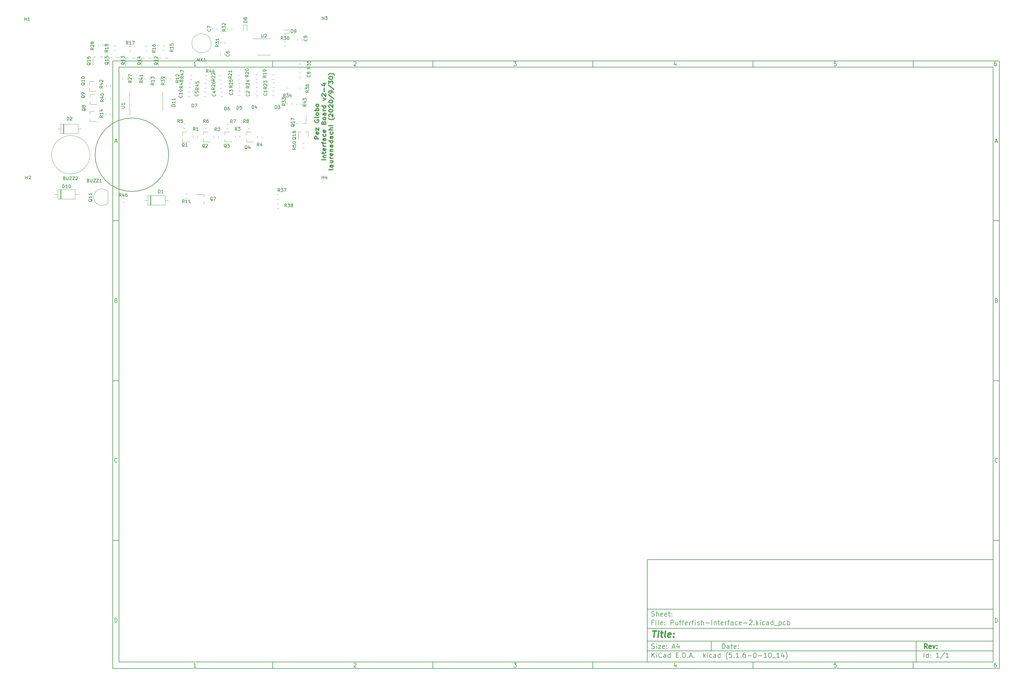
<source format=gbr>
G04 #@! TF.GenerationSoftware,KiCad,Pcbnew,(5.1.6-0-10_14)*
G04 #@! TF.CreationDate,2020-09-30T22:45:02-04:00*
G04 #@! TF.ProjectId,Pufferfish-Interface-2,50756666-6572-4666-9973-682d496e7465,rev?*
G04 #@! TF.SameCoordinates,Original*
G04 #@! TF.FileFunction,Legend,Top*
G04 #@! TF.FilePolarity,Positive*
%FSLAX46Y46*%
G04 Gerber Fmt 4.6, Leading zero omitted, Abs format (unit mm)*
G04 Created by KiCad (PCBNEW (5.1.6-0-10_14)) date 2020-09-30 22:45:02*
%MOMM*%
%LPD*%
G01*
G04 APERTURE LIST*
%ADD10C,0.100000*%
%ADD11C,0.150000*%
%ADD12C,0.300000*%
%ADD13C,0.400000*%
%ADD14C,0.203200*%
%ADD15C,0.120000*%
G04 APERTURE END LIST*
D10*
D11*
X177002200Y-166007200D02*
X177002200Y-198007200D01*
X285002200Y-198007200D01*
X285002200Y-166007200D01*
X177002200Y-166007200D01*
D10*
D11*
X10000000Y-10000000D02*
X10000000Y-200007200D01*
X287002200Y-200007200D01*
X287002200Y-10000000D01*
X10000000Y-10000000D01*
D10*
D11*
X12000000Y-12000000D02*
X12000000Y-198007200D01*
X285002200Y-198007200D01*
X285002200Y-12000000D01*
X12000000Y-12000000D01*
D10*
D11*
X60000000Y-12000000D02*
X60000000Y-10000000D01*
D10*
D11*
X110000000Y-12000000D02*
X110000000Y-10000000D01*
D10*
D11*
X160000000Y-12000000D02*
X160000000Y-10000000D01*
D10*
D11*
X210000000Y-12000000D02*
X210000000Y-10000000D01*
D10*
D11*
X260000000Y-12000000D02*
X260000000Y-10000000D01*
D10*
D11*
X36065476Y-11588095D02*
X35322619Y-11588095D01*
X35694047Y-11588095D02*
X35694047Y-10288095D01*
X35570238Y-10473809D01*
X35446428Y-10597619D01*
X35322619Y-10659523D01*
D10*
D11*
X85322619Y-10411904D02*
X85384523Y-10350000D01*
X85508333Y-10288095D01*
X85817857Y-10288095D01*
X85941666Y-10350000D01*
X86003571Y-10411904D01*
X86065476Y-10535714D01*
X86065476Y-10659523D01*
X86003571Y-10845238D01*
X85260714Y-11588095D01*
X86065476Y-11588095D01*
D10*
D11*
X135260714Y-10288095D02*
X136065476Y-10288095D01*
X135632142Y-10783333D01*
X135817857Y-10783333D01*
X135941666Y-10845238D01*
X136003571Y-10907142D01*
X136065476Y-11030952D01*
X136065476Y-11340476D01*
X136003571Y-11464285D01*
X135941666Y-11526190D01*
X135817857Y-11588095D01*
X135446428Y-11588095D01*
X135322619Y-11526190D01*
X135260714Y-11464285D01*
D10*
D11*
X185941666Y-10721428D02*
X185941666Y-11588095D01*
X185632142Y-10226190D02*
X185322619Y-11154761D01*
X186127380Y-11154761D01*
D10*
D11*
X236003571Y-10288095D02*
X235384523Y-10288095D01*
X235322619Y-10907142D01*
X235384523Y-10845238D01*
X235508333Y-10783333D01*
X235817857Y-10783333D01*
X235941666Y-10845238D01*
X236003571Y-10907142D01*
X236065476Y-11030952D01*
X236065476Y-11340476D01*
X236003571Y-11464285D01*
X235941666Y-11526190D01*
X235817857Y-11588095D01*
X235508333Y-11588095D01*
X235384523Y-11526190D01*
X235322619Y-11464285D01*
D10*
D11*
X285941666Y-10288095D02*
X285694047Y-10288095D01*
X285570238Y-10350000D01*
X285508333Y-10411904D01*
X285384523Y-10597619D01*
X285322619Y-10845238D01*
X285322619Y-11340476D01*
X285384523Y-11464285D01*
X285446428Y-11526190D01*
X285570238Y-11588095D01*
X285817857Y-11588095D01*
X285941666Y-11526190D01*
X286003571Y-11464285D01*
X286065476Y-11340476D01*
X286065476Y-11030952D01*
X286003571Y-10907142D01*
X285941666Y-10845238D01*
X285817857Y-10783333D01*
X285570238Y-10783333D01*
X285446428Y-10845238D01*
X285384523Y-10907142D01*
X285322619Y-11030952D01*
D10*
D11*
X60000000Y-198007200D02*
X60000000Y-200007200D01*
D10*
D11*
X110000000Y-198007200D02*
X110000000Y-200007200D01*
D10*
D11*
X160000000Y-198007200D02*
X160000000Y-200007200D01*
D10*
D11*
X210000000Y-198007200D02*
X210000000Y-200007200D01*
D10*
D11*
X260000000Y-198007200D02*
X260000000Y-200007200D01*
D10*
D11*
X36065476Y-199595295D02*
X35322619Y-199595295D01*
X35694047Y-199595295D02*
X35694047Y-198295295D01*
X35570238Y-198481009D01*
X35446428Y-198604819D01*
X35322619Y-198666723D01*
D10*
D11*
X85322619Y-198419104D02*
X85384523Y-198357200D01*
X85508333Y-198295295D01*
X85817857Y-198295295D01*
X85941666Y-198357200D01*
X86003571Y-198419104D01*
X86065476Y-198542914D01*
X86065476Y-198666723D01*
X86003571Y-198852438D01*
X85260714Y-199595295D01*
X86065476Y-199595295D01*
D10*
D11*
X135260714Y-198295295D02*
X136065476Y-198295295D01*
X135632142Y-198790533D01*
X135817857Y-198790533D01*
X135941666Y-198852438D01*
X136003571Y-198914342D01*
X136065476Y-199038152D01*
X136065476Y-199347676D01*
X136003571Y-199471485D01*
X135941666Y-199533390D01*
X135817857Y-199595295D01*
X135446428Y-199595295D01*
X135322619Y-199533390D01*
X135260714Y-199471485D01*
D10*
D11*
X185941666Y-198728628D02*
X185941666Y-199595295D01*
X185632142Y-198233390D02*
X185322619Y-199161961D01*
X186127380Y-199161961D01*
D10*
D11*
X236003571Y-198295295D02*
X235384523Y-198295295D01*
X235322619Y-198914342D01*
X235384523Y-198852438D01*
X235508333Y-198790533D01*
X235817857Y-198790533D01*
X235941666Y-198852438D01*
X236003571Y-198914342D01*
X236065476Y-199038152D01*
X236065476Y-199347676D01*
X236003571Y-199471485D01*
X235941666Y-199533390D01*
X235817857Y-199595295D01*
X235508333Y-199595295D01*
X235384523Y-199533390D01*
X235322619Y-199471485D01*
D10*
D11*
X285941666Y-198295295D02*
X285694047Y-198295295D01*
X285570238Y-198357200D01*
X285508333Y-198419104D01*
X285384523Y-198604819D01*
X285322619Y-198852438D01*
X285322619Y-199347676D01*
X285384523Y-199471485D01*
X285446428Y-199533390D01*
X285570238Y-199595295D01*
X285817857Y-199595295D01*
X285941666Y-199533390D01*
X286003571Y-199471485D01*
X286065476Y-199347676D01*
X286065476Y-199038152D01*
X286003571Y-198914342D01*
X285941666Y-198852438D01*
X285817857Y-198790533D01*
X285570238Y-198790533D01*
X285446428Y-198852438D01*
X285384523Y-198914342D01*
X285322619Y-199038152D01*
D10*
D11*
X10000000Y-60000000D02*
X12000000Y-60000000D01*
D10*
D11*
X10000000Y-110000000D02*
X12000000Y-110000000D01*
D10*
D11*
X10000000Y-160000000D02*
X12000000Y-160000000D01*
D10*
D11*
X10690476Y-35216666D02*
X11309523Y-35216666D01*
X10566666Y-35588095D02*
X11000000Y-34288095D01*
X11433333Y-35588095D01*
D10*
D11*
X11092857Y-84907142D02*
X11278571Y-84969047D01*
X11340476Y-85030952D01*
X11402380Y-85154761D01*
X11402380Y-85340476D01*
X11340476Y-85464285D01*
X11278571Y-85526190D01*
X11154761Y-85588095D01*
X10659523Y-85588095D01*
X10659523Y-84288095D01*
X11092857Y-84288095D01*
X11216666Y-84350000D01*
X11278571Y-84411904D01*
X11340476Y-84535714D01*
X11340476Y-84659523D01*
X11278571Y-84783333D01*
X11216666Y-84845238D01*
X11092857Y-84907142D01*
X10659523Y-84907142D01*
D10*
D11*
X11402380Y-135464285D02*
X11340476Y-135526190D01*
X11154761Y-135588095D01*
X11030952Y-135588095D01*
X10845238Y-135526190D01*
X10721428Y-135402380D01*
X10659523Y-135278571D01*
X10597619Y-135030952D01*
X10597619Y-134845238D01*
X10659523Y-134597619D01*
X10721428Y-134473809D01*
X10845238Y-134350000D01*
X11030952Y-134288095D01*
X11154761Y-134288095D01*
X11340476Y-134350000D01*
X11402380Y-134411904D01*
D10*
D11*
X10659523Y-185588095D02*
X10659523Y-184288095D01*
X10969047Y-184288095D01*
X11154761Y-184350000D01*
X11278571Y-184473809D01*
X11340476Y-184597619D01*
X11402380Y-184845238D01*
X11402380Y-185030952D01*
X11340476Y-185278571D01*
X11278571Y-185402380D01*
X11154761Y-185526190D01*
X10969047Y-185588095D01*
X10659523Y-185588095D01*
D10*
D11*
X287002200Y-60000000D02*
X285002200Y-60000000D01*
D10*
D11*
X287002200Y-110000000D02*
X285002200Y-110000000D01*
D10*
D11*
X287002200Y-160000000D02*
X285002200Y-160000000D01*
D10*
D11*
X285692676Y-35216666D02*
X286311723Y-35216666D01*
X285568866Y-35588095D02*
X286002200Y-34288095D01*
X286435533Y-35588095D01*
D10*
D11*
X286095057Y-84907142D02*
X286280771Y-84969047D01*
X286342676Y-85030952D01*
X286404580Y-85154761D01*
X286404580Y-85340476D01*
X286342676Y-85464285D01*
X286280771Y-85526190D01*
X286156961Y-85588095D01*
X285661723Y-85588095D01*
X285661723Y-84288095D01*
X286095057Y-84288095D01*
X286218866Y-84350000D01*
X286280771Y-84411904D01*
X286342676Y-84535714D01*
X286342676Y-84659523D01*
X286280771Y-84783333D01*
X286218866Y-84845238D01*
X286095057Y-84907142D01*
X285661723Y-84907142D01*
D10*
D11*
X286404580Y-135464285D02*
X286342676Y-135526190D01*
X286156961Y-135588095D01*
X286033152Y-135588095D01*
X285847438Y-135526190D01*
X285723628Y-135402380D01*
X285661723Y-135278571D01*
X285599819Y-135030952D01*
X285599819Y-134845238D01*
X285661723Y-134597619D01*
X285723628Y-134473809D01*
X285847438Y-134350000D01*
X286033152Y-134288095D01*
X286156961Y-134288095D01*
X286342676Y-134350000D01*
X286404580Y-134411904D01*
D10*
D11*
X285661723Y-185588095D02*
X285661723Y-184288095D01*
X285971247Y-184288095D01*
X286156961Y-184350000D01*
X286280771Y-184473809D01*
X286342676Y-184597619D01*
X286404580Y-184845238D01*
X286404580Y-185030952D01*
X286342676Y-185278571D01*
X286280771Y-185402380D01*
X286156961Y-185526190D01*
X285971247Y-185588095D01*
X285661723Y-185588095D01*
D10*
D11*
X200434342Y-193785771D02*
X200434342Y-192285771D01*
X200791485Y-192285771D01*
X201005771Y-192357200D01*
X201148628Y-192500057D01*
X201220057Y-192642914D01*
X201291485Y-192928628D01*
X201291485Y-193142914D01*
X201220057Y-193428628D01*
X201148628Y-193571485D01*
X201005771Y-193714342D01*
X200791485Y-193785771D01*
X200434342Y-193785771D01*
X202577200Y-193785771D02*
X202577200Y-193000057D01*
X202505771Y-192857200D01*
X202362914Y-192785771D01*
X202077200Y-192785771D01*
X201934342Y-192857200D01*
X202577200Y-193714342D02*
X202434342Y-193785771D01*
X202077200Y-193785771D01*
X201934342Y-193714342D01*
X201862914Y-193571485D01*
X201862914Y-193428628D01*
X201934342Y-193285771D01*
X202077200Y-193214342D01*
X202434342Y-193214342D01*
X202577200Y-193142914D01*
X203077200Y-192785771D02*
X203648628Y-192785771D01*
X203291485Y-192285771D02*
X203291485Y-193571485D01*
X203362914Y-193714342D01*
X203505771Y-193785771D01*
X203648628Y-193785771D01*
X204720057Y-193714342D02*
X204577200Y-193785771D01*
X204291485Y-193785771D01*
X204148628Y-193714342D01*
X204077200Y-193571485D01*
X204077200Y-193000057D01*
X204148628Y-192857200D01*
X204291485Y-192785771D01*
X204577200Y-192785771D01*
X204720057Y-192857200D01*
X204791485Y-193000057D01*
X204791485Y-193142914D01*
X204077200Y-193285771D01*
X205434342Y-193642914D02*
X205505771Y-193714342D01*
X205434342Y-193785771D01*
X205362914Y-193714342D01*
X205434342Y-193642914D01*
X205434342Y-193785771D01*
X205434342Y-192857200D02*
X205505771Y-192928628D01*
X205434342Y-193000057D01*
X205362914Y-192928628D01*
X205434342Y-192857200D01*
X205434342Y-193000057D01*
D10*
D11*
X177002200Y-194507200D02*
X285002200Y-194507200D01*
D10*
D11*
X178434342Y-196585771D02*
X178434342Y-195085771D01*
X179291485Y-196585771D02*
X178648628Y-195728628D01*
X179291485Y-195085771D02*
X178434342Y-195942914D01*
X179934342Y-196585771D02*
X179934342Y-195585771D01*
X179934342Y-195085771D02*
X179862914Y-195157200D01*
X179934342Y-195228628D01*
X180005771Y-195157200D01*
X179934342Y-195085771D01*
X179934342Y-195228628D01*
X181505771Y-196442914D02*
X181434342Y-196514342D01*
X181220057Y-196585771D01*
X181077200Y-196585771D01*
X180862914Y-196514342D01*
X180720057Y-196371485D01*
X180648628Y-196228628D01*
X180577200Y-195942914D01*
X180577200Y-195728628D01*
X180648628Y-195442914D01*
X180720057Y-195300057D01*
X180862914Y-195157200D01*
X181077200Y-195085771D01*
X181220057Y-195085771D01*
X181434342Y-195157200D01*
X181505771Y-195228628D01*
X182791485Y-196585771D02*
X182791485Y-195800057D01*
X182720057Y-195657200D01*
X182577200Y-195585771D01*
X182291485Y-195585771D01*
X182148628Y-195657200D01*
X182791485Y-196514342D02*
X182648628Y-196585771D01*
X182291485Y-196585771D01*
X182148628Y-196514342D01*
X182077200Y-196371485D01*
X182077200Y-196228628D01*
X182148628Y-196085771D01*
X182291485Y-196014342D01*
X182648628Y-196014342D01*
X182791485Y-195942914D01*
X184148628Y-196585771D02*
X184148628Y-195085771D01*
X184148628Y-196514342D02*
X184005771Y-196585771D01*
X183720057Y-196585771D01*
X183577200Y-196514342D01*
X183505771Y-196442914D01*
X183434342Y-196300057D01*
X183434342Y-195871485D01*
X183505771Y-195728628D01*
X183577200Y-195657200D01*
X183720057Y-195585771D01*
X184005771Y-195585771D01*
X184148628Y-195657200D01*
X186005771Y-195800057D02*
X186505771Y-195800057D01*
X186720057Y-196585771D02*
X186005771Y-196585771D01*
X186005771Y-195085771D01*
X186720057Y-195085771D01*
X187362914Y-196442914D02*
X187434342Y-196514342D01*
X187362914Y-196585771D01*
X187291485Y-196514342D01*
X187362914Y-196442914D01*
X187362914Y-196585771D01*
X188077200Y-196585771D02*
X188077200Y-195085771D01*
X188434342Y-195085771D01*
X188648628Y-195157200D01*
X188791485Y-195300057D01*
X188862914Y-195442914D01*
X188934342Y-195728628D01*
X188934342Y-195942914D01*
X188862914Y-196228628D01*
X188791485Y-196371485D01*
X188648628Y-196514342D01*
X188434342Y-196585771D01*
X188077200Y-196585771D01*
X189577200Y-196442914D02*
X189648628Y-196514342D01*
X189577200Y-196585771D01*
X189505771Y-196514342D01*
X189577200Y-196442914D01*
X189577200Y-196585771D01*
X190220057Y-196157200D02*
X190934342Y-196157200D01*
X190077200Y-196585771D02*
X190577200Y-195085771D01*
X191077200Y-196585771D01*
X191577200Y-196442914D02*
X191648628Y-196514342D01*
X191577200Y-196585771D01*
X191505771Y-196514342D01*
X191577200Y-196442914D01*
X191577200Y-196585771D01*
X194577200Y-196585771D02*
X194577200Y-195085771D01*
X194720057Y-196014342D02*
X195148628Y-196585771D01*
X195148628Y-195585771D02*
X194577200Y-196157200D01*
X195791485Y-196585771D02*
X195791485Y-195585771D01*
X195791485Y-195085771D02*
X195720057Y-195157200D01*
X195791485Y-195228628D01*
X195862914Y-195157200D01*
X195791485Y-195085771D01*
X195791485Y-195228628D01*
X197148628Y-196514342D02*
X197005771Y-196585771D01*
X196720057Y-196585771D01*
X196577200Y-196514342D01*
X196505771Y-196442914D01*
X196434342Y-196300057D01*
X196434342Y-195871485D01*
X196505771Y-195728628D01*
X196577200Y-195657200D01*
X196720057Y-195585771D01*
X197005771Y-195585771D01*
X197148628Y-195657200D01*
X198434342Y-196585771D02*
X198434342Y-195800057D01*
X198362914Y-195657200D01*
X198220057Y-195585771D01*
X197934342Y-195585771D01*
X197791485Y-195657200D01*
X198434342Y-196514342D02*
X198291485Y-196585771D01*
X197934342Y-196585771D01*
X197791485Y-196514342D01*
X197720057Y-196371485D01*
X197720057Y-196228628D01*
X197791485Y-196085771D01*
X197934342Y-196014342D01*
X198291485Y-196014342D01*
X198434342Y-195942914D01*
X199791485Y-196585771D02*
X199791485Y-195085771D01*
X199791485Y-196514342D02*
X199648628Y-196585771D01*
X199362914Y-196585771D01*
X199220057Y-196514342D01*
X199148628Y-196442914D01*
X199077200Y-196300057D01*
X199077200Y-195871485D01*
X199148628Y-195728628D01*
X199220057Y-195657200D01*
X199362914Y-195585771D01*
X199648628Y-195585771D01*
X199791485Y-195657200D01*
X202077200Y-197157200D02*
X202005771Y-197085771D01*
X201862914Y-196871485D01*
X201791485Y-196728628D01*
X201720057Y-196514342D01*
X201648628Y-196157200D01*
X201648628Y-195871485D01*
X201720057Y-195514342D01*
X201791485Y-195300057D01*
X201862914Y-195157200D01*
X202005771Y-194942914D01*
X202077200Y-194871485D01*
X203362914Y-195085771D02*
X202648628Y-195085771D01*
X202577200Y-195800057D01*
X202648628Y-195728628D01*
X202791485Y-195657200D01*
X203148628Y-195657200D01*
X203291485Y-195728628D01*
X203362914Y-195800057D01*
X203434342Y-195942914D01*
X203434342Y-196300057D01*
X203362914Y-196442914D01*
X203291485Y-196514342D01*
X203148628Y-196585771D01*
X202791485Y-196585771D01*
X202648628Y-196514342D01*
X202577200Y-196442914D01*
X204077200Y-196442914D02*
X204148628Y-196514342D01*
X204077200Y-196585771D01*
X204005771Y-196514342D01*
X204077200Y-196442914D01*
X204077200Y-196585771D01*
X205577200Y-196585771D02*
X204720057Y-196585771D01*
X205148628Y-196585771D02*
X205148628Y-195085771D01*
X205005771Y-195300057D01*
X204862914Y-195442914D01*
X204720057Y-195514342D01*
X206220057Y-196442914D02*
X206291485Y-196514342D01*
X206220057Y-196585771D01*
X206148628Y-196514342D01*
X206220057Y-196442914D01*
X206220057Y-196585771D01*
X207577200Y-195085771D02*
X207291485Y-195085771D01*
X207148628Y-195157200D01*
X207077200Y-195228628D01*
X206934342Y-195442914D01*
X206862914Y-195728628D01*
X206862914Y-196300057D01*
X206934342Y-196442914D01*
X207005771Y-196514342D01*
X207148628Y-196585771D01*
X207434342Y-196585771D01*
X207577200Y-196514342D01*
X207648628Y-196442914D01*
X207720057Y-196300057D01*
X207720057Y-195942914D01*
X207648628Y-195800057D01*
X207577200Y-195728628D01*
X207434342Y-195657200D01*
X207148628Y-195657200D01*
X207005771Y-195728628D01*
X206934342Y-195800057D01*
X206862914Y-195942914D01*
X208362914Y-196014342D02*
X209505771Y-196014342D01*
X210505771Y-195085771D02*
X210648628Y-195085771D01*
X210791485Y-195157200D01*
X210862914Y-195228628D01*
X210934342Y-195371485D01*
X211005771Y-195657200D01*
X211005771Y-196014342D01*
X210934342Y-196300057D01*
X210862914Y-196442914D01*
X210791485Y-196514342D01*
X210648628Y-196585771D01*
X210505771Y-196585771D01*
X210362914Y-196514342D01*
X210291485Y-196442914D01*
X210220057Y-196300057D01*
X210148628Y-196014342D01*
X210148628Y-195657200D01*
X210220057Y-195371485D01*
X210291485Y-195228628D01*
X210362914Y-195157200D01*
X210505771Y-195085771D01*
X211648628Y-196014342D02*
X212791485Y-196014342D01*
X214291485Y-196585771D02*
X213434342Y-196585771D01*
X213862914Y-196585771D02*
X213862914Y-195085771D01*
X213720057Y-195300057D01*
X213577200Y-195442914D01*
X213434342Y-195514342D01*
X215220057Y-195085771D02*
X215362914Y-195085771D01*
X215505771Y-195157200D01*
X215577200Y-195228628D01*
X215648628Y-195371485D01*
X215720057Y-195657200D01*
X215720057Y-196014342D01*
X215648628Y-196300057D01*
X215577200Y-196442914D01*
X215505771Y-196514342D01*
X215362914Y-196585771D01*
X215220057Y-196585771D01*
X215077200Y-196514342D01*
X215005771Y-196442914D01*
X214934342Y-196300057D01*
X214862914Y-196014342D01*
X214862914Y-195657200D01*
X214934342Y-195371485D01*
X215005771Y-195228628D01*
X215077200Y-195157200D01*
X215220057Y-195085771D01*
X216005771Y-196728628D02*
X217148628Y-196728628D01*
X218291485Y-196585771D02*
X217434342Y-196585771D01*
X217862914Y-196585771D02*
X217862914Y-195085771D01*
X217720057Y-195300057D01*
X217577200Y-195442914D01*
X217434342Y-195514342D01*
X219577200Y-195585771D02*
X219577200Y-196585771D01*
X219220057Y-195014342D02*
X218862914Y-196085771D01*
X219791485Y-196085771D01*
X220220057Y-197157200D02*
X220291485Y-197085771D01*
X220434342Y-196871485D01*
X220505771Y-196728628D01*
X220577200Y-196514342D01*
X220648628Y-196157200D01*
X220648628Y-195871485D01*
X220577200Y-195514342D01*
X220505771Y-195300057D01*
X220434342Y-195157200D01*
X220291485Y-194942914D01*
X220220057Y-194871485D01*
D10*
D11*
X177002200Y-191507200D02*
X285002200Y-191507200D01*
D10*
D12*
X264411485Y-193785771D02*
X263911485Y-193071485D01*
X263554342Y-193785771D02*
X263554342Y-192285771D01*
X264125771Y-192285771D01*
X264268628Y-192357200D01*
X264340057Y-192428628D01*
X264411485Y-192571485D01*
X264411485Y-192785771D01*
X264340057Y-192928628D01*
X264268628Y-193000057D01*
X264125771Y-193071485D01*
X263554342Y-193071485D01*
X265625771Y-193714342D02*
X265482914Y-193785771D01*
X265197200Y-193785771D01*
X265054342Y-193714342D01*
X264982914Y-193571485D01*
X264982914Y-193000057D01*
X265054342Y-192857200D01*
X265197200Y-192785771D01*
X265482914Y-192785771D01*
X265625771Y-192857200D01*
X265697200Y-193000057D01*
X265697200Y-193142914D01*
X264982914Y-193285771D01*
X266197200Y-192785771D02*
X266554342Y-193785771D01*
X266911485Y-192785771D01*
X267482914Y-193642914D02*
X267554342Y-193714342D01*
X267482914Y-193785771D01*
X267411485Y-193714342D01*
X267482914Y-193642914D01*
X267482914Y-193785771D01*
X267482914Y-192857200D02*
X267554342Y-192928628D01*
X267482914Y-193000057D01*
X267411485Y-192928628D01*
X267482914Y-192857200D01*
X267482914Y-193000057D01*
D10*
D11*
X178362914Y-193714342D02*
X178577200Y-193785771D01*
X178934342Y-193785771D01*
X179077200Y-193714342D01*
X179148628Y-193642914D01*
X179220057Y-193500057D01*
X179220057Y-193357200D01*
X179148628Y-193214342D01*
X179077200Y-193142914D01*
X178934342Y-193071485D01*
X178648628Y-193000057D01*
X178505771Y-192928628D01*
X178434342Y-192857200D01*
X178362914Y-192714342D01*
X178362914Y-192571485D01*
X178434342Y-192428628D01*
X178505771Y-192357200D01*
X178648628Y-192285771D01*
X179005771Y-192285771D01*
X179220057Y-192357200D01*
X179862914Y-193785771D02*
X179862914Y-192785771D01*
X179862914Y-192285771D02*
X179791485Y-192357200D01*
X179862914Y-192428628D01*
X179934342Y-192357200D01*
X179862914Y-192285771D01*
X179862914Y-192428628D01*
X180434342Y-192785771D02*
X181220057Y-192785771D01*
X180434342Y-193785771D01*
X181220057Y-193785771D01*
X182362914Y-193714342D02*
X182220057Y-193785771D01*
X181934342Y-193785771D01*
X181791485Y-193714342D01*
X181720057Y-193571485D01*
X181720057Y-193000057D01*
X181791485Y-192857200D01*
X181934342Y-192785771D01*
X182220057Y-192785771D01*
X182362914Y-192857200D01*
X182434342Y-193000057D01*
X182434342Y-193142914D01*
X181720057Y-193285771D01*
X183077200Y-193642914D02*
X183148628Y-193714342D01*
X183077200Y-193785771D01*
X183005771Y-193714342D01*
X183077200Y-193642914D01*
X183077200Y-193785771D01*
X183077200Y-192857200D02*
X183148628Y-192928628D01*
X183077200Y-193000057D01*
X183005771Y-192928628D01*
X183077200Y-192857200D01*
X183077200Y-193000057D01*
X184862914Y-193357200D02*
X185577200Y-193357200D01*
X184720057Y-193785771D02*
X185220057Y-192285771D01*
X185720057Y-193785771D01*
X186862914Y-192785771D02*
X186862914Y-193785771D01*
X186505771Y-192214342D02*
X186148628Y-193285771D01*
X187077200Y-193285771D01*
D10*
D11*
X263434342Y-196585771D02*
X263434342Y-195085771D01*
X264791485Y-196585771D02*
X264791485Y-195085771D01*
X264791485Y-196514342D02*
X264648628Y-196585771D01*
X264362914Y-196585771D01*
X264220057Y-196514342D01*
X264148628Y-196442914D01*
X264077200Y-196300057D01*
X264077200Y-195871485D01*
X264148628Y-195728628D01*
X264220057Y-195657200D01*
X264362914Y-195585771D01*
X264648628Y-195585771D01*
X264791485Y-195657200D01*
X265505771Y-196442914D02*
X265577200Y-196514342D01*
X265505771Y-196585771D01*
X265434342Y-196514342D01*
X265505771Y-196442914D01*
X265505771Y-196585771D01*
X265505771Y-195657200D02*
X265577200Y-195728628D01*
X265505771Y-195800057D01*
X265434342Y-195728628D01*
X265505771Y-195657200D01*
X265505771Y-195800057D01*
X268148628Y-196585771D02*
X267291485Y-196585771D01*
X267720057Y-196585771D02*
X267720057Y-195085771D01*
X267577200Y-195300057D01*
X267434342Y-195442914D01*
X267291485Y-195514342D01*
X269862914Y-195014342D02*
X268577200Y-196942914D01*
X271148628Y-196585771D02*
X270291485Y-196585771D01*
X270720057Y-196585771D02*
X270720057Y-195085771D01*
X270577200Y-195300057D01*
X270434342Y-195442914D01*
X270291485Y-195514342D01*
D10*
D11*
X177002200Y-187507200D02*
X285002200Y-187507200D01*
D10*
D13*
X178714580Y-188211961D02*
X179857438Y-188211961D01*
X179036009Y-190211961D02*
X179286009Y-188211961D01*
X180274104Y-190211961D02*
X180440771Y-188878628D01*
X180524104Y-188211961D02*
X180416961Y-188307200D01*
X180500295Y-188402438D01*
X180607438Y-188307200D01*
X180524104Y-188211961D01*
X180500295Y-188402438D01*
X181107438Y-188878628D02*
X181869342Y-188878628D01*
X181476485Y-188211961D02*
X181262200Y-189926247D01*
X181333628Y-190116723D01*
X181512200Y-190211961D01*
X181702676Y-190211961D01*
X182655057Y-190211961D02*
X182476485Y-190116723D01*
X182405057Y-189926247D01*
X182619342Y-188211961D01*
X184190771Y-190116723D02*
X183988390Y-190211961D01*
X183607438Y-190211961D01*
X183428866Y-190116723D01*
X183357438Y-189926247D01*
X183452676Y-189164342D01*
X183571723Y-188973866D01*
X183774104Y-188878628D01*
X184155057Y-188878628D01*
X184333628Y-188973866D01*
X184405057Y-189164342D01*
X184381247Y-189354819D01*
X183405057Y-189545295D01*
X185155057Y-190021485D02*
X185238390Y-190116723D01*
X185131247Y-190211961D01*
X185047914Y-190116723D01*
X185155057Y-190021485D01*
X185131247Y-190211961D01*
X185286009Y-188973866D02*
X185369342Y-189069104D01*
X185262200Y-189164342D01*
X185178866Y-189069104D01*
X185286009Y-188973866D01*
X185262200Y-189164342D01*
D10*
D11*
X178934342Y-185600057D02*
X178434342Y-185600057D01*
X178434342Y-186385771D02*
X178434342Y-184885771D01*
X179148628Y-184885771D01*
X179720057Y-186385771D02*
X179720057Y-185385771D01*
X179720057Y-184885771D02*
X179648628Y-184957200D01*
X179720057Y-185028628D01*
X179791485Y-184957200D01*
X179720057Y-184885771D01*
X179720057Y-185028628D01*
X180648628Y-186385771D02*
X180505771Y-186314342D01*
X180434342Y-186171485D01*
X180434342Y-184885771D01*
X181791485Y-186314342D02*
X181648628Y-186385771D01*
X181362914Y-186385771D01*
X181220057Y-186314342D01*
X181148628Y-186171485D01*
X181148628Y-185600057D01*
X181220057Y-185457200D01*
X181362914Y-185385771D01*
X181648628Y-185385771D01*
X181791485Y-185457200D01*
X181862914Y-185600057D01*
X181862914Y-185742914D01*
X181148628Y-185885771D01*
X182505771Y-186242914D02*
X182577200Y-186314342D01*
X182505771Y-186385771D01*
X182434342Y-186314342D01*
X182505771Y-186242914D01*
X182505771Y-186385771D01*
X182505771Y-185457200D02*
X182577200Y-185528628D01*
X182505771Y-185600057D01*
X182434342Y-185528628D01*
X182505771Y-185457200D01*
X182505771Y-185600057D01*
X184362914Y-186385771D02*
X184362914Y-184885771D01*
X184934342Y-184885771D01*
X185077200Y-184957200D01*
X185148628Y-185028628D01*
X185220057Y-185171485D01*
X185220057Y-185385771D01*
X185148628Y-185528628D01*
X185077200Y-185600057D01*
X184934342Y-185671485D01*
X184362914Y-185671485D01*
X186505771Y-185385771D02*
X186505771Y-186385771D01*
X185862914Y-185385771D02*
X185862914Y-186171485D01*
X185934342Y-186314342D01*
X186077200Y-186385771D01*
X186291485Y-186385771D01*
X186434342Y-186314342D01*
X186505771Y-186242914D01*
X187005771Y-185385771D02*
X187577200Y-185385771D01*
X187220057Y-186385771D02*
X187220057Y-185100057D01*
X187291485Y-184957200D01*
X187434342Y-184885771D01*
X187577200Y-184885771D01*
X187862914Y-185385771D02*
X188434342Y-185385771D01*
X188077200Y-186385771D02*
X188077200Y-185100057D01*
X188148628Y-184957200D01*
X188291485Y-184885771D01*
X188434342Y-184885771D01*
X189505771Y-186314342D02*
X189362914Y-186385771D01*
X189077200Y-186385771D01*
X188934342Y-186314342D01*
X188862914Y-186171485D01*
X188862914Y-185600057D01*
X188934342Y-185457200D01*
X189077200Y-185385771D01*
X189362914Y-185385771D01*
X189505771Y-185457200D01*
X189577200Y-185600057D01*
X189577200Y-185742914D01*
X188862914Y-185885771D01*
X190220057Y-186385771D02*
X190220057Y-185385771D01*
X190220057Y-185671485D02*
X190291485Y-185528628D01*
X190362914Y-185457200D01*
X190505771Y-185385771D01*
X190648628Y-185385771D01*
X190934342Y-185385771D02*
X191505771Y-185385771D01*
X191148628Y-186385771D02*
X191148628Y-185100057D01*
X191220057Y-184957200D01*
X191362914Y-184885771D01*
X191505771Y-184885771D01*
X192005771Y-186385771D02*
X192005771Y-185385771D01*
X192005771Y-184885771D02*
X191934342Y-184957200D01*
X192005771Y-185028628D01*
X192077200Y-184957200D01*
X192005771Y-184885771D01*
X192005771Y-185028628D01*
X192648628Y-186314342D02*
X192791485Y-186385771D01*
X193077200Y-186385771D01*
X193220057Y-186314342D01*
X193291485Y-186171485D01*
X193291485Y-186100057D01*
X193220057Y-185957200D01*
X193077200Y-185885771D01*
X192862914Y-185885771D01*
X192720057Y-185814342D01*
X192648628Y-185671485D01*
X192648628Y-185600057D01*
X192720057Y-185457200D01*
X192862914Y-185385771D01*
X193077200Y-185385771D01*
X193220057Y-185457200D01*
X193934342Y-186385771D02*
X193934342Y-184885771D01*
X194577200Y-186385771D02*
X194577200Y-185600057D01*
X194505771Y-185457200D01*
X194362914Y-185385771D01*
X194148628Y-185385771D01*
X194005771Y-185457200D01*
X193934342Y-185528628D01*
X195291485Y-185814342D02*
X196434342Y-185814342D01*
X197148628Y-186385771D02*
X197148628Y-184885771D01*
X197862914Y-185385771D02*
X197862914Y-186385771D01*
X197862914Y-185528628D02*
X197934342Y-185457200D01*
X198077200Y-185385771D01*
X198291485Y-185385771D01*
X198434342Y-185457200D01*
X198505771Y-185600057D01*
X198505771Y-186385771D01*
X199005771Y-185385771D02*
X199577200Y-185385771D01*
X199220057Y-184885771D02*
X199220057Y-186171485D01*
X199291485Y-186314342D01*
X199434342Y-186385771D01*
X199577200Y-186385771D01*
X200648628Y-186314342D02*
X200505771Y-186385771D01*
X200220057Y-186385771D01*
X200077200Y-186314342D01*
X200005771Y-186171485D01*
X200005771Y-185600057D01*
X200077200Y-185457200D01*
X200220057Y-185385771D01*
X200505771Y-185385771D01*
X200648628Y-185457200D01*
X200720057Y-185600057D01*
X200720057Y-185742914D01*
X200005771Y-185885771D01*
X201362914Y-186385771D02*
X201362914Y-185385771D01*
X201362914Y-185671485D02*
X201434342Y-185528628D01*
X201505771Y-185457200D01*
X201648628Y-185385771D01*
X201791485Y-185385771D01*
X202077200Y-185385771D02*
X202648628Y-185385771D01*
X202291485Y-186385771D02*
X202291485Y-185100057D01*
X202362914Y-184957200D01*
X202505771Y-184885771D01*
X202648628Y-184885771D01*
X203791485Y-186385771D02*
X203791485Y-185600057D01*
X203720057Y-185457200D01*
X203577200Y-185385771D01*
X203291485Y-185385771D01*
X203148628Y-185457200D01*
X203791485Y-186314342D02*
X203648628Y-186385771D01*
X203291485Y-186385771D01*
X203148628Y-186314342D01*
X203077200Y-186171485D01*
X203077200Y-186028628D01*
X203148628Y-185885771D01*
X203291485Y-185814342D01*
X203648628Y-185814342D01*
X203791485Y-185742914D01*
X205148628Y-186314342D02*
X205005771Y-186385771D01*
X204720057Y-186385771D01*
X204577200Y-186314342D01*
X204505771Y-186242914D01*
X204434342Y-186100057D01*
X204434342Y-185671485D01*
X204505771Y-185528628D01*
X204577200Y-185457200D01*
X204720057Y-185385771D01*
X205005771Y-185385771D01*
X205148628Y-185457200D01*
X206362914Y-186314342D02*
X206220057Y-186385771D01*
X205934342Y-186385771D01*
X205791485Y-186314342D01*
X205720057Y-186171485D01*
X205720057Y-185600057D01*
X205791485Y-185457200D01*
X205934342Y-185385771D01*
X206220057Y-185385771D01*
X206362914Y-185457200D01*
X206434342Y-185600057D01*
X206434342Y-185742914D01*
X205720057Y-185885771D01*
X207077200Y-185814342D02*
X208220057Y-185814342D01*
X208862914Y-185028628D02*
X208934342Y-184957200D01*
X209077200Y-184885771D01*
X209434342Y-184885771D01*
X209577200Y-184957200D01*
X209648628Y-185028628D01*
X209720057Y-185171485D01*
X209720057Y-185314342D01*
X209648628Y-185528628D01*
X208791485Y-186385771D01*
X209720057Y-186385771D01*
X210362914Y-186242914D02*
X210434342Y-186314342D01*
X210362914Y-186385771D01*
X210291485Y-186314342D01*
X210362914Y-186242914D01*
X210362914Y-186385771D01*
X211077200Y-186385771D02*
X211077200Y-184885771D01*
X211220057Y-185814342D02*
X211648628Y-186385771D01*
X211648628Y-185385771D02*
X211077200Y-185957200D01*
X212291485Y-186385771D02*
X212291485Y-185385771D01*
X212291485Y-184885771D02*
X212220057Y-184957200D01*
X212291485Y-185028628D01*
X212362914Y-184957200D01*
X212291485Y-184885771D01*
X212291485Y-185028628D01*
X213648628Y-186314342D02*
X213505771Y-186385771D01*
X213220057Y-186385771D01*
X213077200Y-186314342D01*
X213005771Y-186242914D01*
X212934342Y-186100057D01*
X212934342Y-185671485D01*
X213005771Y-185528628D01*
X213077200Y-185457200D01*
X213220057Y-185385771D01*
X213505771Y-185385771D01*
X213648628Y-185457200D01*
X214934342Y-186385771D02*
X214934342Y-185600057D01*
X214862914Y-185457200D01*
X214720057Y-185385771D01*
X214434342Y-185385771D01*
X214291485Y-185457200D01*
X214934342Y-186314342D02*
X214791485Y-186385771D01*
X214434342Y-186385771D01*
X214291485Y-186314342D01*
X214220057Y-186171485D01*
X214220057Y-186028628D01*
X214291485Y-185885771D01*
X214434342Y-185814342D01*
X214791485Y-185814342D01*
X214934342Y-185742914D01*
X216291485Y-186385771D02*
X216291485Y-184885771D01*
X216291485Y-186314342D02*
X216148628Y-186385771D01*
X215862914Y-186385771D01*
X215720057Y-186314342D01*
X215648628Y-186242914D01*
X215577200Y-186100057D01*
X215577200Y-185671485D01*
X215648628Y-185528628D01*
X215720057Y-185457200D01*
X215862914Y-185385771D01*
X216148628Y-185385771D01*
X216291485Y-185457200D01*
X216648628Y-186528628D02*
X217791485Y-186528628D01*
X218148628Y-185385771D02*
X218148628Y-186885771D01*
X218148628Y-185457200D02*
X218291485Y-185385771D01*
X218577200Y-185385771D01*
X218720057Y-185457200D01*
X218791485Y-185528628D01*
X218862914Y-185671485D01*
X218862914Y-186100057D01*
X218791485Y-186242914D01*
X218720057Y-186314342D01*
X218577200Y-186385771D01*
X218291485Y-186385771D01*
X218148628Y-186314342D01*
X220148628Y-186314342D02*
X220005771Y-186385771D01*
X219720057Y-186385771D01*
X219577200Y-186314342D01*
X219505771Y-186242914D01*
X219434342Y-186100057D01*
X219434342Y-185671485D01*
X219505771Y-185528628D01*
X219577200Y-185457200D01*
X219720057Y-185385771D01*
X220005771Y-185385771D01*
X220148628Y-185457200D01*
X220791485Y-186385771D02*
X220791485Y-184885771D01*
X220791485Y-185457200D02*
X220934342Y-185385771D01*
X221220057Y-185385771D01*
X221362914Y-185457200D01*
X221434342Y-185528628D01*
X221505771Y-185671485D01*
X221505771Y-186100057D01*
X221434342Y-186242914D01*
X221362914Y-186314342D01*
X221220057Y-186385771D01*
X220934342Y-186385771D01*
X220791485Y-186314342D01*
D10*
D11*
X177002200Y-181507200D02*
X285002200Y-181507200D01*
D10*
D11*
X178362914Y-183614342D02*
X178577200Y-183685771D01*
X178934342Y-183685771D01*
X179077200Y-183614342D01*
X179148628Y-183542914D01*
X179220057Y-183400057D01*
X179220057Y-183257200D01*
X179148628Y-183114342D01*
X179077200Y-183042914D01*
X178934342Y-182971485D01*
X178648628Y-182900057D01*
X178505771Y-182828628D01*
X178434342Y-182757200D01*
X178362914Y-182614342D01*
X178362914Y-182471485D01*
X178434342Y-182328628D01*
X178505771Y-182257200D01*
X178648628Y-182185771D01*
X179005771Y-182185771D01*
X179220057Y-182257200D01*
X179862914Y-183685771D02*
X179862914Y-182185771D01*
X180505771Y-183685771D02*
X180505771Y-182900057D01*
X180434342Y-182757200D01*
X180291485Y-182685771D01*
X180077200Y-182685771D01*
X179934342Y-182757200D01*
X179862914Y-182828628D01*
X181791485Y-183614342D02*
X181648628Y-183685771D01*
X181362914Y-183685771D01*
X181220057Y-183614342D01*
X181148628Y-183471485D01*
X181148628Y-182900057D01*
X181220057Y-182757200D01*
X181362914Y-182685771D01*
X181648628Y-182685771D01*
X181791485Y-182757200D01*
X181862914Y-182900057D01*
X181862914Y-183042914D01*
X181148628Y-183185771D01*
X183077200Y-183614342D02*
X182934342Y-183685771D01*
X182648628Y-183685771D01*
X182505771Y-183614342D01*
X182434342Y-183471485D01*
X182434342Y-182900057D01*
X182505771Y-182757200D01*
X182648628Y-182685771D01*
X182934342Y-182685771D01*
X183077200Y-182757200D01*
X183148628Y-182900057D01*
X183148628Y-183042914D01*
X182434342Y-183185771D01*
X183577200Y-182685771D02*
X184148628Y-182685771D01*
X183791485Y-182185771D02*
X183791485Y-183471485D01*
X183862914Y-183614342D01*
X184005771Y-183685771D01*
X184148628Y-183685771D01*
X184648628Y-183542914D02*
X184720057Y-183614342D01*
X184648628Y-183685771D01*
X184577200Y-183614342D01*
X184648628Y-183542914D01*
X184648628Y-183685771D01*
X184648628Y-182757200D02*
X184720057Y-182828628D01*
X184648628Y-182900057D01*
X184577200Y-182828628D01*
X184648628Y-182757200D01*
X184648628Y-182900057D01*
D10*
D11*
X197002200Y-191507200D02*
X197002200Y-194507200D01*
D10*
D11*
X261002200Y-191507200D02*
X261002200Y-198007200D01*
D12*
X74369523Y-34392857D02*
X73099523Y-34392857D01*
X73099523Y-33821428D01*
X73160000Y-33678571D01*
X73220476Y-33607142D01*
X73341428Y-33535714D01*
X73522857Y-33535714D01*
X73643809Y-33607142D01*
X73704285Y-33678571D01*
X73764761Y-33821428D01*
X73764761Y-34392857D01*
X74309047Y-32321428D02*
X74369523Y-32464285D01*
X74369523Y-32750000D01*
X74309047Y-32892857D01*
X74188095Y-32964285D01*
X73704285Y-32964285D01*
X73583333Y-32892857D01*
X73522857Y-32750000D01*
X73522857Y-32464285D01*
X73583333Y-32321428D01*
X73704285Y-32250000D01*
X73825238Y-32250000D01*
X73946190Y-32964285D01*
X73522857Y-31750000D02*
X73522857Y-30964285D01*
X74369523Y-31750000D01*
X74369523Y-30964285D01*
X73160000Y-28464285D02*
X73099523Y-28607142D01*
X73099523Y-28821428D01*
X73160000Y-29035714D01*
X73280952Y-29178571D01*
X73401904Y-29250000D01*
X73643809Y-29321428D01*
X73825238Y-29321428D01*
X74067142Y-29250000D01*
X74188095Y-29178571D01*
X74309047Y-29035714D01*
X74369523Y-28821428D01*
X74369523Y-28678571D01*
X74309047Y-28464285D01*
X74248571Y-28392857D01*
X73825238Y-28392857D01*
X73825238Y-28678571D01*
X74369523Y-27535714D02*
X74309047Y-27678571D01*
X74188095Y-27750000D01*
X73099523Y-27750000D01*
X74369523Y-26750000D02*
X74309047Y-26892857D01*
X74248571Y-26964285D01*
X74127619Y-27035714D01*
X73764761Y-27035714D01*
X73643809Y-26964285D01*
X73583333Y-26892857D01*
X73522857Y-26750000D01*
X73522857Y-26535714D01*
X73583333Y-26392857D01*
X73643809Y-26321428D01*
X73764761Y-26250000D01*
X74127619Y-26250000D01*
X74248571Y-26321428D01*
X74309047Y-26392857D01*
X74369523Y-26535714D01*
X74369523Y-26750000D01*
X74369523Y-25607142D02*
X73099523Y-25607142D01*
X73583333Y-25607142D02*
X73522857Y-25464285D01*
X73522857Y-25178571D01*
X73583333Y-25035714D01*
X73643809Y-24964285D01*
X73764761Y-24892857D01*
X74127619Y-24892857D01*
X74248571Y-24964285D01*
X74309047Y-25035714D01*
X74369523Y-25178571D01*
X74369523Y-25464285D01*
X74309047Y-25607142D01*
X74369523Y-24035714D02*
X74309047Y-24178571D01*
X74248571Y-24250000D01*
X74127619Y-24321428D01*
X73764761Y-24321428D01*
X73643809Y-24250000D01*
X73583333Y-24178571D01*
X73522857Y-24035714D01*
X73522857Y-23821428D01*
X73583333Y-23678571D01*
X73643809Y-23607142D01*
X73764761Y-23535714D01*
X74127619Y-23535714D01*
X74248571Y-23607142D01*
X74309047Y-23678571D01*
X74369523Y-23821428D01*
X74369523Y-24035714D01*
X76574523Y-40928571D02*
X75304523Y-40928571D01*
X75727857Y-40214285D02*
X76574523Y-40214285D01*
X75848809Y-40214285D02*
X75788333Y-40142857D01*
X75727857Y-40000000D01*
X75727857Y-39785714D01*
X75788333Y-39642857D01*
X75909285Y-39571428D01*
X76574523Y-39571428D01*
X75727857Y-39071428D02*
X75727857Y-38500000D01*
X75304523Y-38857142D02*
X76393095Y-38857142D01*
X76514047Y-38785714D01*
X76574523Y-38642857D01*
X76574523Y-38500000D01*
X76514047Y-37428571D02*
X76574523Y-37571428D01*
X76574523Y-37857142D01*
X76514047Y-38000000D01*
X76393095Y-38071428D01*
X75909285Y-38071428D01*
X75788333Y-38000000D01*
X75727857Y-37857142D01*
X75727857Y-37571428D01*
X75788333Y-37428571D01*
X75909285Y-37357142D01*
X76030238Y-37357142D01*
X76151190Y-38071428D01*
X76574523Y-36714285D02*
X75727857Y-36714285D01*
X75969761Y-36714285D02*
X75848809Y-36642857D01*
X75788333Y-36571428D01*
X75727857Y-36428571D01*
X75727857Y-36285714D01*
X75727857Y-36000000D02*
X75727857Y-35428571D01*
X76574523Y-35785714D02*
X75485952Y-35785714D01*
X75365000Y-35714285D01*
X75304523Y-35571428D01*
X75304523Y-35428571D01*
X76574523Y-34285714D02*
X75909285Y-34285714D01*
X75788333Y-34357142D01*
X75727857Y-34500000D01*
X75727857Y-34785714D01*
X75788333Y-34928571D01*
X76514047Y-34285714D02*
X76574523Y-34428571D01*
X76574523Y-34785714D01*
X76514047Y-34928571D01*
X76393095Y-35000000D01*
X76272142Y-35000000D01*
X76151190Y-34928571D01*
X76090714Y-34785714D01*
X76090714Y-34428571D01*
X76030238Y-34285714D01*
X76514047Y-32928571D02*
X76574523Y-33071428D01*
X76574523Y-33357142D01*
X76514047Y-33500000D01*
X76453571Y-33571428D01*
X76332619Y-33642857D01*
X75969761Y-33642857D01*
X75848809Y-33571428D01*
X75788333Y-33500000D01*
X75727857Y-33357142D01*
X75727857Y-33071428D01*
X75788333Y-32928571D01*
X76514047Y-31714285D02*
X76574523Y-31857142D01*
X76574523Y-32142857D01*
X76514047Y-32285714D01*
X76393095Y-32357142D01*
X75909285Y-32357142D01*
X75788333Y-32285714D01*
X75727857Y-32142857D01*
X75727857Y-31857142D01*
X75788333Y-31714285D01*
X75909285Y-31642857D01*
X76030238Y-31642857D01*
X76151190Y-32357142D01*
X75909285Y-29357142D02*
X75969761Y-29142857D01*
X76030238Y-29071428D01*
X76151190Y-29000000D01*
X76332619Y-29000000D01*
X76453571Y-29071428D01*
X76514047Y-29142857D01*
X76574523Y-29285714D01*
X76574523Y-29857142D01*
X75304523Y-29857142D01*
X75304523Y-29357142D01*
X75365000Y-29214285D01*
X75425476Y-29142857D01*
X75546428Y-29071428D01*
X75667380Y-29071428D01*
X75788333Y-29142857D01*
X75848809Y-29214285D01*
X75909285Y-29357142D01*
X75909285Y-29857142D01*
X76574523Y-28142857D02*
X76514047Y-28285714D01*
X76453571Y-28357142D01*
X76332619Y-28428571D01*
X75969761Y-28428571D01*
X75848809Y-28357142D01*
X75788333Y-28285714D01*
X75727857Y-28142857D01*
X75727857Y-27928571D01*
X75788333Y-27785714D01*
X75848809Y-27714285D01*
X75969761Y-27642857D01*
X76332619Y-27642857D01*
X76453571Y-27714285D01*
X76514047Y-27785714D01*
X76574523Y-27928571D01*
X76574523Y-28142857D01*
X76574523Y-26357142D02*
X75909285Y-26357142D01*
X75788333Y-26428571D01*
X75727857Y-26571428D01*
X75727857Y-26857142D01*
X75788333Y-27000000D01*
X76514047Y-26357142D02*
X76574523Y-26500000D01*
X76574523Y-26857142D01*
X76514047Y-27000000D01*
X76393095Y-27071428D01*
X76272142Y-27071428D01*
X76151190Y-27000000D01*
X76090714Y-26857142D01*
X76090714Y-26500000D01*
X76030238Y-26357142D01*
X76574523Y-25642857D02*
X75727857Y-25642857D01*
X75969761Y-25642857D02*
X75848809Y-25571428D01*
X75788333Y-25500000D01*
X75727857Y-25357142D01*
X75727857Y-25214285D01*
X76574523Y-24071428D02*
X75304523Y-24071428D01*
X76514047Y-24071428D02*
X76574523Y-24214285D01*
X76574523Y-24500000D01*
X76514047Y-24642857D01*
X76453571Y-24714285D01*
X76332619Y-24785714D01*
X75969761Y-24785714D01*
X75848809Y-24714285D01*
X75788333Y-24642857D01*
X75727857Y-24500000D01*
X75727857Y-24214285D01*
X75788333Y-24071428D01*
X75727857Y-22357142D02*
X76574523Y-22000000D01*
X75727857Y-21642857D01*
X75425476Y-21142857D02*
X75365000Y-21071428D01*
X75304523Y-20928571D01*
X75304523Y-20571428D01*
X75365000Y-20428571D01*
X75425476Y-20357142D01*
X75546428Y-20285714D01*
X75667380Y-20285714D01*
X75848809Y-20357142D01*
X76574523Y-21214285D01*
X76574523Y-20285714D01*
X76090714Y-19642857D02*
X76090714Y-18500000D01*
X75727857Y-17142857D02*
X76574523Y-17142857D01*
X75244047Y-17500000D02*
X76151190Y-17857142D01*
X76151190Y-16928571D01*
X78779523Y-43821428D02*
X78719047Y-43964285D01*
X78598095Y-44035714D01*
X77509523Y-44035714D01*
X78779523Y-42607142D02*
X78114285Y-42607142D01*
X77993333Y-42678571D01*
X77932857Y-42821428D01*
X77932857Y-43107142D01*
X77993333Y-43250000D01*
X78719047Y-42607142D02*
X78779523Y-42750000D01*
X78779523Y-43107142D01*
X78719047Y-43250000D01*
X78598095Y-43321428D01*
X78477142Y-43321428D01*
X78356190Y-43250000D01*
X78295714Y-43107142D01*
X78295714Y-42750000D01*
X78235238Y-42607142D01*
X77932857Y-41250000D02*
X78779523Y-41250000D01*
X77932857Y-41892857D02*
X78598095Y-41892857D01*
X78719047Y-41821428D01*
X78779523Y-41678571D01*
X78779523Y-41464285D01*
X78719047Y-41321428D01*
X78658571Y-41250000D01*
X78779523Y-40535714D02*
X77932857Y-40535714D01*
X78174761Y-40535714D02*
X78053809Y-40464285D01*
X77993333Y-40392857D01*
X77932857Y-40250000D01*
X77932857Y-40107142D01*
X78719047Y-39035714D02*
X78779523Y-39178571D01*
X78779523Y-39464285D01*
X78719047Y-39607142D01*
X78598095Y-39678571D01*
X78114285Y-39678571D01*
X77993333Y-39607142D01*
X77932857Y-39464285D01*
X77932857Y-39178571D01*
X77993333Y-39035714D01*
X78114285Y-38964285D01*
X78235238Y-38964285D01*
X78356190Y-39678571D01*
X77932857Y-38321428D02*
X78779523Y-38321428D01*
X78053809Y-38321428D02*
X77993333Y-38250000D01*
X77932857Y-38107142D01*
X77932857Y-37892857D01*
X77993333Y-37750000D01*
X78114285Y-37678571D01*
X78779523Y-37678571D01*
X78779523Y-36321428D02*
X78114285Y-36321428D01*
X77993333Y-36392857D01*
X77932857Y-36535714D01*
X77932857Y-36821428D01*
X77993333Y-36964285D01*
X78719047Y-36321428D02*
X78779523Y-36464285D01*
X78779523Y-36821428D01*
X78719047Y-36964285D01*
X78598095Y-37035714D01*
X78477142Y-37035714D01*
X78356190Y-36964285D01*
X78295714Y-36821428D01*
X78295714Y-36464285D01*
X78235238Y-36321428D01*
X78779523Y-34964285D02*
X77509523Y-34964285D01*
X78719047Y-34964285D02*
X78779523Y-35107142D01*
X78779523Y-35392857D01*
X78719047Y-35535714D01*
X78658571Y-35607142D01*
X78537619Y-35678571D01*
X78174761Y-35678571D01*
X78053809Y-35607142D01*
X77993333Y-35535714D01*
X77932857Y-35392857D01*
X77932857Y-35107142D01*
X77993333Y-34964285D01*
X78779523Y-33607142D02*
X78114285Y-33607142D01*
X77993333Y-33678571D01*
X77932857Y-33821428D01*
X77932857Y-34107142D01*
X77993333Y-34250000D01*
X78719047Y-33607142D02*
X78779523Y-33750000D01*
X78779523Y-34107142D01*
X78719047Y-34250000D01*
X78598095Y-34321428D01*
X78477142Y-34321428D01*
X78356190Y-34250000D01*
X78295714Y-34107142D01*
X78295714Y-33750000D01*
X78235238Y-33607142D01*
X78719047Y-32250000D02*
X78779523Y-32392857D01*
X78779523Y-32678571D01*
X78719047Y-32821428D01*
X78658571Y-32892857D01*
X78537619Y-32964285D01*
X78174761Y-32964285D01*
X78053809Y-32892857D01*
X77993333Y-32821428D01*
X77932857Y-32678571D01*
X77932857Y-32392857D01*
X77993333Y-32250000D01*
X78779523Y-31607142D02*
X77509523Y-31607142D01*
X78779523Y-30964285D02*
X78114285Y-30964285D01*
X77993333Y-31035714D01*
X77932857Y-31178571D01*
X77932857Y-31392857D01*
X77993333Y-31535714D01*
X78053809Y-31607142D01*
X78779523Y-30250000D02*
X77932857Y-30250000D01*
X77509523Y-30250000D02*
X77570000Y-30321428D01*
X77630476Y-30250000D01*
X77570000Y-30178571D01*
X77509523Y-30250000D01*
X77630476Y-30250000D01*
X79263333Y-27964285D02*
X79202857Y-28035714D01*
X79021428Y-28178571D01*
X78900476Y-28250000D01*
X78719047Y-28321428D01*
X78416666Y-28392857D01*
X78174761Y-28392857D01*
X77872380Y-28321428D01*
X77690952Y-28250000D01*
X77570000Y-28178571D01*
X77388571Y-28035714D01*
X77328095Y-27964285D01*
X77630476Y-27464285D02*
X77570000Y-27392857D01*
X77509523Y-27250000D01*
X77509523Y-26892857D01*
X77570000Y-26750000D01*
X77630476Y-26678571D01*
X77751428Y-26607142D01*
X77872380Y-26607142D01*
X78053809Y-26678571D01*
X78779523Y-27535714D01*
X78779523Y-26607142D01*
X77509523Y-25678571D02*
X77509523Y-25535714D01*
X77570000Y-25392857D01*
X77630476Y-25321428D01*
X77751428Y-25250000D01*
X77993333Y-25178571D01*
X78295714Y-25178571D01*
X78537619Y-25250000D01*
X78658571Y-25321428D01*
X78719047Y-25392857D01*
X78779523Y-25535714D01*
X78779523Y-25678571D01*
X78719047Y-25821428D01*
X78658571Y-25892857D01*
X78537619Y-25964285D01*
X78295714Y-26035714D01*
X77993333Y-26035714D01*
X77751428Y-25964285D01*
X77630476Y-25892857D01*
X77570000Y-25821428D01*
X77509523Y-25678571D01*
X77630476Y-24607142D02*
X77570000Y-24535714D01*
X77509523Y-24392857D01*
X77509523Y-24035714D01*
X77570000Y-23892857D01*
X77630476Y-23821428D01*
X77751428Y-23750000D01*
X77872380Y-23750000D01*
X78053809Y-23821428D01*
X78779523Y-24678571D01*
X78779523Y-23750000D01*
X77509523Y-22821428D02*
X77509523Y-22678571D01*
X77570000Y-22535714D01*
X77630476Y-22464285D01*
X77751428Y-22392857D01*
X77993333Y-22321428D01*
X78295714Y-22321428D01*
X78537619Y-22392857D01*
X78658571Y-22464285D01*
X78719047Y-22535714D01*
X78779523Y-22678571D01*
X78779523Y-22821428D01*
X78719047Y-22964285D01*
X78658571Y-23035714D01*
X78537619Y-23107142D01*
X78295714Y-23178571D01*
X77993333Y-23178571D01*
X77751428Y-23107142D01*
X77630476Y-23035714D01*
X77570000Y-22964285D01*
X77509523Y-22821428D01*
X77449047Y-20607142D02*
X79081904Y-21892857D01*
X78779523Y-20035714D02*
X78779523Y-19750000D01*
X78719047Y-19607142D01*
X78658571Y-19535714D01*
X78477142Y-19392857D01*
X78235238Y-19321428D01*
X77751428Y-19321428D01*
X77630476Y-19392857D01*
X77570000Y-19464285D01*
X77509523Y-19607142D01*
X77509523Y-19892857D01*
X77570000Y-20035714D01*
X77630476Y-20107142D01*
X77751428Y-20178571D01*
X78053809Y-20178571D01*
X78174761Y-20107142D01*
X78235238Y-20035714D01*
X78295714Y-19892857D01*
X78295714Y-19607142D01*
X78235238Y-19464285D01*
X78174761Y-19392857D01*
X78053809Y-19321428D01*
X77449047Y-17607142D02*
X79081904Y-18892857D01*
X77509523Y-17250000D02*
X77509523Y-16321428D01*
X77993333Y-16821428D01*
X77993333Y-16607142D01*
X78053809Y-16464285D01*
X78114285Y-16392857D01*
X78235238Y-16321428D01*
X78537619Y-16321428D01*
X78658571Y-16392857D01*
X78719047Y-16464285D01*
X78779523Y-16607142D01*
X78779523Y-17035714D01*
X78719047Y-17178571D01*
X78658571Y-17250000D01*
X77509523Y-15392857D02*
X77509523Y-15250000D01*
X77570000Y-15107142D01*
X77630476Y-15035714D01*
X77751428Y-14964285D01*
X77993333Y-14892857D01*
X78295714Y-14892857D01*
X78537619Y-14964285D01*
X78658571Y-15035714D01*
X78719047Y-15107142D01*
X78779523Y-15250000D01*
X78779523Y-15392857D01*
X78719047Y-15535714D01*
X78658571Y-15607142D01*
X78537619Y-15678571D01*
X78295714Y-15750000D01*
X77993333Y-15750000D01*
X77751428Y-15678571D01*
X77630476Y-15607142D01*
X77570000Y-15535714D01*
X77509523Y-15392857D01*
X79263333Y-14392857D02*
X79202857Y-14321428D01*
X79021428Y-14178571D01*
X78900476Y-14107142D01*
X78719047Y-14035714D01*
X78416666Y-13964285D01*
X78174761Y-13964285D01*
X77872380Y-14035714D01*
X77690952Y-14107142D01*
X77570000Y-14178571D01*
X77388571Y-14321428D01*
X77328095Y-14392857D01*
D14*
X27502000Y-39370000D02*
G75*
G03*
X27502000Y-39370000I-11500000J0D01*
G01*
D15*
X69303922Y-35790000D02*
X69821078Y-35790000D01*
X69303922Y-37210000D02*
X69821078Y-37210000D01*
X71080000Y-32240000D02*
X70150000Y-32240000D01*
X67920000Y-32240000D02*
X68850000Y-32240000D01*
X67920000Y-32240000D02*
X67920000Y-34400000D01*
X71080000Y-32240000D02*
X71080000Y-33700000D01*
X68100000Y-29600000D02*
X67300000Y-29600000D01*
X70350000Y-27000000D02*
X70350000Y-29600000D01*
X70350000Y-29600000D02*
X69400000Y-29600000D01*
X-7154620Y-50275980D02*
X-7154620Y-53215980D01*
X-7154620Y-53215980D02*
X-1714620Y-53215980D01*
X-1714620Y-53215980D02*
X-1714620Y-50275980D01*
X-1714620Y-50275980D02*
X-7154620Y-50275980D01*
X-8174620Y-51745980D02*
X-7154620Y-51745980D01*
X-694620Y-51745980D02*
X-1714620Y-51745980D01*
X-6254620Y-50275980D02*
X-6254620Y-53215980D01*
X-6134620Y-50275980D02*
X-6134620Y-53215980D01*
X-6374620Y-50275980D02*
X-6374620Y-53215980D01*
X38571422Y-19680000D02*
X39088578Y-19680000D01*
X38571422Y-21100000D02*
X39088578Y-21100000D01*
X39208578Y-18470000D02*
X38691422Y-18470000D01*
X39208578Y-17050000D02*
X38691422Y-17050000D01*
X38870122Y-14474120D02*
X39387278Y-14474120D01*
X38870122Y-15894120D02*
X39387278Y-15894120D01*
X25590960Y-22496780D02*
X25590960Y-19736780D01*
X25590960Y-19736780D02*
X25385960Y-19736780D01*
X25590960Y-22496780D02*
X25590960Y-25256780D01*
X25590960Y-25256780D02*
X25385960Y-25256780D01*
X15170960Y-22496780D02*
X15170960Y-19736780D01*
X15170960Y-19736780D02*
X15375960Y-19736780D01*
X15170960Y-22496780D02*
X15170960Y-25256780D01*
X15170960Y-25256780D02*
X15375960Y-25256780D01*
X15375960Y-25256780D02*
X15375960Y-26946780D01*
X34318578Y-18340000D02*
X33801422Y-18340000D01*
X34318578Y-16920000D02*
X33801422Y-16920000D01*
X34248922Y-14430000D02*
X34766078Y-14430000D01*
X34248922Y-15850000D02*
X34766078Y-15850000D01*
X68790000Y-23331422D02*
X68790000Y-23848578D01*
X67370000Y-23331422D02*
X67370000Y-23848578D01*
X6940620Y-4795782D02*
X6940620Y-5312938D01*
X5520620Y-4795782D02*
X5520620Y-5312938D01*
X33526902Y-19791500D02*
X34044058Y-19791500D01*
X33526902Y-21211500D02*
X34044058Y-21211500D01*
X2880000Y-39370000D02*
G75*
G03*
X2880000Y-39370000I-6000000J0D01*
G01*
X40750000Y-4500000D02*
G75*
G03*
X40750000Y-4500000I-3000000J0D01*
G01*
X57220000Y-8200000D02*
X59170000Y-8200000D01*
X57220000Y-8200000D02*
X55270000Y-8200000D01*
X57220000Y-3080000D02*
X59170000Y-3080000D01*
X57220000Y-3080000D02*
X53770000Y-3080000D01*
X13033922Y-52920000D02*
X13551078Y-52920000D01*
X13033922Y-54340000D02*
X13551078Y-54340000D01*
X9381560Y-17552142D02*
X9381560Y-18069298D01*
X7961560Y-17552142D02*
X7961560Y-18069298D01*
X18004860Y-15311622D02*
X18004860Y-15828778D01*
X16584860Y-15311622D02*
X16584860Y-15828778D01*
X9249480Y-21549862D02*
X9249480Y-22067018D01*
X7829480Y-21549862D02*
X7829480Y-22067018D01*
X24814600Y-15337022D02*
X24814600Y-15854178D01*
X23394600Y-15337022D02*
X23394600Y-15854178D01*
X61318922Y-54670000D02*
X61836078Y-54670000D01*
X61318922Y-56090000D02*
X61836078Y-56090000D01*
X61756078Y-53210000D02*
X61238922Y-53210000D01*
X61756078Y-51790000D02*
X61238922Y-51790000D01*
X69870000Y-18341422D02*
X69870000Y-18858578D01*
X68450000Y-18341422D02*
X68450000Y-18858578D01*
X68223922Y-10930000D02*
X68741078Y-10930000D01*
X68223922Y-12350000D02*
X68741078Y-12350000D01*
X64808578Y-19930000D02*
X64291422Y-19930000D01*
X64808578Y-18510000D02*
X64291422Y-18510000D01*
X64450000Y-23648578D02*
X64450000Y-23131422D01*
X65870000Y-23648578D02*
X65870000Y-23131422D01*
X45730000Y-318578D02*
X45730000Y198578D01*
X47150000Y-318578D02*
X47150000Y198578D01*
X43641180Y-4568578D02*
X43641180Y-4051422D01*
X45061180Y-4568578D02*
X45061180Y-4051422D01*
X63551422Y-3860000D02*
X64068578Y-3860000D01*
X63551422Y-5280000D02*
X64068578Y-5280000D01*
X14514900Y-15283682D02*
X14514900Y-15800838D01*
X13094900Y-15283682D02*
X13094900Y-15800838D01*
X9211380Y-26474682D02*
X9211380Y-26991838D01*
X7791380Y-26474682D02*
X7791380Y-26991838D01*
X21436400Y-15337022D02*
X21436400Y-15854178D01*
X20016400Y-15337022D02*
X20016400Y-15854178D01*
X28108980Y-15337022D02*
X28108980Y-15854178D01*
X26688980Y-15337022D02*
X26688980Y-15854178D01*
X6070360Y-8774060D02*
X6870360Y-8774060D01*
X3820360Y-11374060D02*
X3820360Y-8774060D01*
X3820360Y-8774060D02*
X4770360Y-8774060D01*
X11142740Y-8944240D02*
X11942740Y-8944240D01*
X8892740Y-11544240D02*
X8892740Y-8944240D01*
X8892740Y-8944240D02*
X9842740Y-8944240D01*
X21244320Y-9058540D02*
X22044320Y-9058540D01*
X18994320Y-11658540D02*
X18994320Y-9058540D01*
X18994320Y-9058540D02*
X19944320Y-9058540D01*
X16212580Y-8984880D02*
X17012580Y-8984880D01*
X13962580Y-11584880D02*
X13962580Y-8984880D01*
X13962580Y-8984880D02*
X14912580Y-8984880D01*
X26509740Y-9081400D02*
X27309740Y-9081400D01*
X24259740Y-11681400D02*
X24259740Y-9081400D01*
X24259740Y-9081400D02*
X25209740Y-9081400D01*
X8480000Y-54450000D02*
X8480000Y-50850000D01*
X8468478Y-50811522D02*
G75*
G03*
X4030000Y-52650000I-1838478J-1838478D01*
G01*
X8468478Y-54488478D02*
G75*
G02*
X4030000Y-52650000I-1838478J1838478D01*
G01*
X65170000Y-1460000D02*
X65170000Y-260000D01*
X63320000Y-1460000D02*
X65170000Y-1460000D01*
X63320000Y-260000D02*
X65170000Y-260000D01*
X51950000Y1260000D02*
X50750000Y1260000D01*
X51950000Y-590000D02*
X51950000Y1260000D01*
X50750000Y-590000D02*
X50750000Y1260000D01*
X69130000Y-3161422D02*
X69130000Y-3678578D01*
X67710000Y-3161422D02*
X67710000Y-3678578D01*
X68781078Y-15210000D02*
X68263922Y-15210000D01*
X68781078Y-13790000D02*
X68263922Y-13790000D01*
X41080000Y-208578D02*
X41080000Y308578D01*
X42500000Y-208578D02*
X42500000Y308578D01*
X45007840Y-7531222D02*
X45007840Y-8048378D01*
X43587840Y-7531222D02*
X43587840Y-8048378D01*
X38442000Y-53990000D02*
X38442000Y-54790000D01*
X35842000Y-51740000D02*
X38442000Y-51740000D01*
X38442000Y-51740000D02*
X38442000Y-52690000D01*
X44068578Y-18620000D02*
X43551422Y-18620000D01*
X44068578Y-17200000D02*
X43551422Y-17200000D01*
X49778578Y-18420000D02*
X49261422Y-18420000D01*
X49778578Y-17000000D02*
X49261422Y-17000000D01*
X55229258Y-18210000D02*
X54712102Y-18210000D01*
X55229258Y-16790000D02*
X54712102Y-16790000D01*
X60499998Y-18281720D02*
X59982842Y-18281720D01*
X60499998Y-16861720D02*
X59982842Y-16861720D01*
X43332662Y-14568100D02*
X43849818Y-14568100D01*
X43332662Y-15988100D02*
X43849818Y-15988100D01*
X49035202Y-14507140D02*
X49552358Y-14507140D01*
X49035202Y-15927140D02*
X49552358Y-15927140D01*
X54712102Y-14321720D02*
X55229258Y-14321720D01*
X54712102Y-15741720D02*
X55229258Y-15741720D01*
X59885842Y-14321720D02*
X60402998Y-14321720D01*
X59885842Y-15741720D02*
X60402998Y-15741720D01*
X10315442Y-5330120D02*
X10832598Y-5330120D01*
X10315442Y-6750120D02*
X10832598Y-6750120D01*
X15184382Y-5492680D02*
X15701538Y-5492680D01*
X15184382Y-6912680D02*
X15701538Y-6912680D01*
X20267162Y-5398700D02*
X20784318Y-5398700D01*
X20267162Y-6818700D02*
X20784318Y-6818700D01*
X25626562Y-5289480D02*
X26143718Y-5289480D01*
X25626562Y-6709480D02*
X26143718Y-6709480D01*
X33278578Y-53034000D02*
X32761422Y-53034000D01*
X33278578Y-51614000D02*
X32761422Y-51614000D01*
X52757598Y-31190000D02*
X52240442Y-31190000D01*
X52757598Y-29770000D02*
X52240442Y-29770000D01*
X46057078Y-31228100D02*
X45539922Y-31228100D01*
X46057078Y-29808100D02*
X45539922Y-29808100D01*
X39267898Y-31149360D02*
X38750742Y-31149360D01*
X39267898Y-29729360D02*
X38750742Y-29729360D01*
X32506658Y-31070620D02*
X31989502Y-31070620D01*
X32506658Y-29650620D02*
X31989502Y-29650620D01*
X55170000Y-34040578D02*
X55170000Y-33523422D01*
X56590000Y-34040578D02*
X56590000Y-33523422D01*
X48266280Y-33933898D02*
X48266280Y-33416742D01*
X49686280Y-33933898D02*
X49686280Y-33416742D01*
X41631800Y-34040578D02*
X41631800Y-33523422D01*
X43051800Y-34040578D02*
X43051800Y-33523422D01*
X35104000Y-34040578D02*
X35104000Y-33523422D01*
X36524000Y-34040578D02*
X36524000Y-33523422D01*
X2729960Y-16385420D02*
X2729960Y-17315420D01*
X2729960Y-19545420D02*
X2729960Y-18615420D01*
X2729960Y-19545420D02*
X4889960Y-19545420D01*
X2729960Y-16385420D02*
X4189960Y-16385420D01*
X2931380Y-20441760D02*
X2931380Y-21371760D01*
X2931380Y-23601760D02*
X2931380Y-22671760D01*
X2931380Y-23601760D02*
X5091380Y-23601760D01*
X2931380Y-20441760D02*
X4391380Y-20441760D01*
X2869660Y-25791040D02*
X2869660Y-26721040D01*
X2869660Y-28951040D02*
X2869660Y-28021040D01*
X2869660Y-28951040D02*
X5029660Y-28951040D01*
X2869660Y-25791040D02*
X4329660Y-25791040D01*
X51818000Y-32202000D02*
X51818000Y-33132000D01*
X51818000Y-35362000D02*
X51818000Y-34432000D01*
X51818000Y-35362000D02*
X53978000Y-35362000D01*
X51818000Y-32202000D02*
X53278000Y-32202000D01*
X44960000Y-32202000D02*
X44960000Y-33132000D01*
X44960000Y-35362000D02*
X44960000Y-34432000D01*
X44960000Y-35362000D02*
X47120000Y-35362000D01*
X44960000Y-32202000D02*
X46420000Y-32202000D01*
X38356000Y-32202000D02*
X38356000Y-33132000D01*
X38356000Y-35362000D02*
X38356000Y-34432000D01*
X38356000Y-35362000D02*
X40516000Y-35362000D01*
X38356000Y-32202000D02*
X39816000Y-32202000D01*
X31752000Y-32202000D02*
X31752000Y-33132000D01*
X31752000Y-35362000D02*
X31752000Y-34432000D01*
X31752000Y-35362000D02*
X33912000Y-35362000D01*
X31752000Y-32202000D02*
X33212000Y-32202000D01*
X-6250000Y-29780000D02*
X-6250000Y-32720000D01*
X-6250000Y-32720000D02*
X-810000Y-32720000D01*
X-810000Y-32720000D02*
X-810000Y-29780000D01*
X-810000Y-29780000D02*
X-6250000Y-29780000D01*
X-7270000Y-31250000D02*
X-6250000Y-31250000D01*
X210000Y-31250000D02*
X-810000Y-31250000D01*
X-5350000Y-29780000D02*
X-5350000Y-32720000D01*
X-5230000Y-29780000D02*
X-5230000Y-32720000D01*
X-5470000Y-29780000D02*
X-5470000Y-32720000D01*
X20902000Y-52124000D02*
X20902000Y-55064000D01*
X20902000Y-55064000D02*
X26342000Y-55064000D01*
X26342000Y-55064000D02*
X26342000Y-52124000D01*
X26342000Y-52124000D02*
X20902000Y-52124000D01*
X19882000Y-53594000D02*
X20902000Y-53594000D01*
X27362000Y-53594000D02*
X26342000Y-53594000D01*
X21802000Y-52124000D02*
X21802000Y-55064000D01*
X21922000Y-52124000D02*
X21922000Y-55064000D01*
X21682000Y-52124000D02*
X21682000Y-55064000D01*
X43801422Y-19660000D02*
X44318578Y-19660000D01*
X43801422Y-21080000D02*
X44318578Y-21080000D01*
X49273922Y-19410000D02*
X49791078Y-19410000D01*
X49273922Y-20830000D02*
X49791078Y-20830000D01*
X54712102Y-19401720D02*
X55229258Y-19401720D01*
X54712102Y-20821720D02*
X55229258Y-20821720D01*
X59885842Y-19401720D02*
X60402998Y-19401720D01*
X59885842Y-20821720D02*
X60402998Y-20821720D01*
D11*
X2369047Y-47428571D02*
X2511904Y-47476190D01*
X2559523Y-47523809D01*
X2607142Y-47619047D01*
X2607142Y-47761904D01*
X2559523Y-47857142D01*
X2511904Y-47904761D01*
X2416666Y-47952380D01*
X2035714Y-47952380D01*
X2035714Y-46952380D01*
X2369047Y-46952380D01*
X2464285Y-47000000D01*
X2511904Y-47047619D01*
X2559523Y-47142857D01*
X2559523Y-47238095D01*
X2511904Y-47333333D01*
X2464285Y-47380952D01*
X2369047Y-47428571D01*
X2035714Y-47428571D01*
X3035714Y-46952380D02*
X3035714Y-47761904D01*
X3083333Y-47857142D01*
X3130952Y-47904761D01*
X3226190Y-47952380D01*
X3416666Y-47952380D01*
X3511904Y-47904761D01*
X3559523Y-47857142D01*
X3607142Y-47761904D01*
X3607142Y-46952380D01*
X3988095Y-46952380D02*
X4654761Y-46952380D01*
X3988095Y-47952380D01*
X4654761Y-47952380D01*
X4940476Y-46952380D02*
X5607142Y-46952380D01*
X4940476Y-47952380D01*
X5607142Y-47952380D01*
X6511904Y-47952380D02*
X5940476Y-47952380D01*
X6226190Y-47952380D02*
X6226190Y-46952380D01*
X6130952Y-47095238D01*
X6035714Y-47190476D01*
X5940476Y-47238095D01*
X67202380Y-37142857D02*
X66726190Y-37476190D01*
X67202380Y-37714285D02*
X66202380Y-37714285D01*
X66202380Y-37333333D01*
X66250000Y-37238095D01*
X66297619Y-37190476D01*
X66392857Y-37142857D01*
X66535714Y-37142857D01*
X66630952Y-37190476D01*
X66678571Y-37238095D01*
X66726190Y-37333333D01*
X66726190Y-37714285D01*
X66202380Y-36238095D02*
X66202380Y-36714285D01*
X66678571Y-36761904D01*
X66630952Y-36714285D01*
X66583333Y-36619047D01*
X66583333Y-36380952D01*
X66630952Y-36285714D01*
X66678571Y-36238095D01*
X66773809Y-36190476D01*
X67011904Y-36190476D01*
X67107142Y-36238095D01*
X67154761Y-36285714D01*
X67202380Y-36380952D01*
X67202380Y-36619047D01*
X67154761Y-36714285D01*
X67107142Y-36761904D01*
X66202380Y-35571428D02*
X66202380Y-35476190D01*
X66250000Y-35380952D01*
X66297619Y-35333333D01*
X66392857Y-35285714D01*
X66583333Y-35238095D01*
X66821428Y-35238095D01*
X67011904Y-35285714D01*
X67107142Y-35333333D01*
X67154761Y-35380952D01*
X67202380Y-35476190D01*
X67202380Y-35571428D01*
X67154761Y-35666666D01*
X67107142Y-35714285D01*
X67011904Y-35761904D01*
X66821428Y-35809523D01*
X66583333Y-35809523D01*
X66392857Y-35761904D01*
X66297619Y-35714285D01*
X66250000Y-35666666D01*
X66202380Y-35571428D01*
X67297619Y-33821428D02*
X67250000Y-33916666D01*
X67154761Y-34011904D01*
X67011904Y-34154761D01*
X66964285Y-34250000D01*
X66964285Y-34345238D01*
X67202380Y-34297619D02*
X67154761Y-34392857D01*
X67059523Y-34488095D01*
X66869047Y-34535714D01*
X66535714Y-34535714D01*
X66345238Y-34488095D01*
X66250000Y-34392857D01*
X66202380Y-34297619D01*
X66202380Y-34107142D01*
X66250000Y-34011904D01*
X66345238Y-33916666D01*
X66535714Y-33869047D01*
X66869047Y-33869047D01*
X67059523Y-33916666D01*
X67154761Y-34011904D01*
X67202380Y-34107142D01*
X67202380Y-34297619D01*
X67202380Y-32916666D02*
X67202380Y-33488095D01*
X67202380Y-33202380D02*
X66202380Y-33202380D01*
X66345238Y-33297619D01*
X66440476Y-33392857D01*
X66488095Y-33488095D01*
X66630952Y-32345238D02*
X66583333Y-32440476D01*
X66535714Y-32488095D01*
X66440476Y-32535714D01*
X66392857Y-32535714D01*
X66297619Y-32488095D01*
X66250000Y-32440476D01*
X66202380Y-32345238D01*
X66202380Y-32154761D01*
X66250000Y-32059523D01*
X66297619Y-32011904D01*
X66392857Y-31964285D01*
X66440476Y-31964285D01*
X66535714Y-32011904D01*
X66583333Y-32059523D01*
X66630952Y-32154761D01*
X66630952Y-32345238D01*
X66678571Y-32440476D01*
X66726190Y-32488095D01*
X66821428Y-32535714D01*
X67011904Y-32535714D01*
X67107142Y-32488095D01*
X67154761Y-32440476D01*
X67202380Y-32345238D01*
X67202380Y-32154761D01*
X67154761Y-32059523D01*
X67107142Y-32011904D01*
X67011904Y-31964285D01*
X66821428Y-31964285D01*
X66726190Y-32011904D01*
X66678571Y-32059523D01*
X66630952Y-32154761D01*
X66797619Y-29821428D02*
X66750000Y-29916666D01*
X66654761Y-30011904D01*
X66511904Y-30154761D01*
X66464285Y-30250000D01*
X66464285Y-30345238D01*
X66702380Y-30297619D02*
X66654761Y-30392857D01*
X66559523Y-30488095D01*
X66369047Y-30535714D01*
X66035714Y-30535714D01*
X65845238Y-30488095D01*
X65750000Y-30392857D01*
X65702380Y-30297619D01*
X65702380Y-30107142D01*
X65750000Y-30011904D01*
X65845238Y-29916666D01*
X66035714Y-29869047D01*
X66369047Y-29869047D01*
X66559523Y-29916666D01*
X66654761Y-30011904D01*
X66702380Y-30107142D01*
X66702380Y-30297619D01*
X66702380Y-28916666D02*
X66702380Y-29488095D01*
X66702380Y-29202380D02*
X65702380Y-29202380D01*
X65845238Y-29297619D01*
X65940476Y-29392857D01*
X65988095Y-29488095D01*
X65702380Y-28583333D02*
X65702380Y-27916666D01*
X66702380Y-28345238D01*
X75410155Y-46942380D02*
X75410155Y-45942380D01*
X75410155Y-46418571D02*
X75981583Y-46418571D01*
X75981583Y-46942380D02*
X75981583Y-45942380D01*
X76886345Y-46275714D02*
X76886345Y-46942380D01*
X76648250Y-45894761D02*
X76410155Y-46609047D01*
X77029202Y-46609047D01*
X75443175Y2861939D02*
X75443175Y3861939D01*
X75443175Y3385748D02*
X76014603Y3385748D01*
X76014603Y2861939D02*
X76014603Y3861939D01*
X76395556Y3861939D02*
X77014603Y3861939D01*
X76681270Y3480986D01*
X76824127Y3480986D01*
X76919365Y3433367D01*
X76966984Y3385748D01*
X77014603Y3290510D01*
X77014603Y3052415D01*
X76966984Y2957177D01*
X76919365Y2909558D01*
X76824127Y2861939D01*
X76538413Y2861939D01*
X76443175Y2909558D01*
X76395556Y2957177D01*
X-17205864Y-46972860D02*
X-17205864Y-45972860D01*
X-17205864Y-46449051D02*
X-16634436Y-46449051D01*
X-16634436Y-46972860D02*
X-16634436Y-45972860D01*
X-16205864Y-46068099D02*
X-16158245Y-46020480D01*
X-16063007Y-45972860D01*
X-15824912Y-45972860D01*
X-15729674Y-46020480D01*
X-15682055Y-46068099D01*
X-15634436Y-46163337D01*
X-15634436Y-46258575D01*
X-15682055Y-46401432D01*
X-16253483Y-46972860D01*
X-15634436Y-46972860D01*
X-17511904Y2599619D02*
X-17511904Y3599619D01*
X-17511904Y3123428D02*
X-16940476Y3123428D01*
X-16940476Y2599619D02*
X-16940476Y3599619D01*
X-15940476Y2599619D02*
X-16511904Y2599619D01*
X-16226190Y2599619D02*
X-16226190Y3599619D01*
X-16321428Y3456761D01*
X-16416666Y3361523D01*
X-16511904Y3313904D01*
X-5648905Y-49728360D02*
X-5648905Y-48728360D01*
X-5410810Y-48728360D01*
X-5267953Y-48775980D01*
X-5172715Y-48871218D01*
X-5125096Y-48966456D01*
X-5077477Y-49156932D01*
X-5077477Y-49299789D01*
X-5125096Y-49490265D01*
X-5172715Y-49585503D01*
X-5267953Y-49680741D01*
X-5410810Y-49728360D01*
X-5648905Y-49728360D01*
X-4125096Y-49728360D02*
X-4696524Y-49728360D01*
X-4410810Y-49728360D02*
X-4410810Y-48728360D01*
X-4506048Y-48871218D01*
X-4601286Y-48966456D01*
X-4696524Y-49014075D01*
X-3506048Y-48728360D02*
X-3410810Y-48728360D01*
X-3315572Y-48775980D01*
X-3267953Y-48823599D01*
X-3220334Y-48918837D01*
X-3172715Y-49109313D01*
X-3172715Y-49347408D01*
X-3220334Y-49537884D01*
X-3267953Y-49633122D01*
X-3315572Y-49680741D01*
X-3410810Y-49728360D01*
X-3506048Y-49728360D01*
X-3601286Y-49680741D01*
X-3648905Y-49633122D01*
X-3696524Y-49537884D01*
X-3744143Y-49347408D01*
X-3744143Y-49109313D01*
X-3696524Y-48918837D01*
X-3648905Y-48823599D01*
X-3601286Y-48775980D01*
X-3506048Y-48728360D01*
X34761904Y-24452380D02*
X34761904Y-23452380D01*
X35000000Y-23452380D01*
X35142857Y-23500000D01*
X35238095Y-23595238D01*
X35285714Y-23690476D01*
X35333333Y-23880952D01*
X35333333Y-24023809D01*
X35285714Y-24214285D01*
X35238095Y-24309523D01*
X35142857Y-24404761D01*
X35000000Y-24452380D01*
X34761904Y-24452380D01*
X35666666Y-23452380D02*
X36333333Y-23452380D01*
X35904761Y-24452380D01*
X36607142Y-20416666D02*
X36654761Y-20464285D01*
X36702380Y-20607142D01*
X36702380Y-20702380D01*
X36654761Y-20845238D01*
X36559523Y-20940476D01*
X36464285Y-20988095D01*
X36273809Y-21035714D01*
X36130952Y-21035714D01*
X35940476Y-20988095D01*
X35845238Y-20940476D01*
X35750000Y-20845238D01*
X35702380Y-20702380D01*
X35702380Y-20607142D01*
X35750000Y-20464285D01*
X35797619Y-20416666D01*
X35702380Y-19511904D02*
X35702380Y-19988095D01*
X36178571Y-20035714D01*
X36130952Y-19988095D01*
X36083333Y-19892857D01*
X36083333Y-19654761D01*
X36130952Y-19559523D01*
X36178571Y-19511904D01*
X36273809Y-19464285D01*
X36511904Y-19464285D01*
X36607142Y-19511904D01*
X36654761Y-19559523D01*
X36702380Y-19654761D01*
X36702380Y-19892857D01*
X36654761Y-19988095D01*
X36607142Y-20035714D01*
X36952380Y-18392857D02*
X36476190Y-18726190D01*
X36952380Y-18964285D02*
X35952380Y-18964285D01*
X35952380Y-18583333D01*
X36000000Y-18488095D01*
X36047619Y-18440476D01*
X36142857Y-18392857D01*
X36285714Y-18392857D01*
X36380952Y-18440476D01*
X36428571Y-18488095D01*
X36476190Y-18583333D01*
X36476190Y-18964285D01*
X36285714Y-17535714D02*
X36952380Y-17535714D01*
X35904761Y-17773809D02*
X36619047Y-18011904D01*
X36619047Y-17392857D01*
X35952380Y-16535714D02*
X35952380Y-17011904D01*
X36428571Y-17059523D01*
X36380952Y-17011904D01*
X36333333Y-16916666D01*
X36333333Y-16678571D01*
X36380952Y-16583333D01*
X36428571Y-16535714D01*
X36523809Y-16488095D01*
X36761904Y-16488095D01*
X36857142Y-16535714D01*
X36904761Y-16583333D01*
X36952380Y-16678571D01*
X36952380Y-16916666D01*
X36904761Y-17011904D01*
X36857142Y-17059523D01*
X39857142Y-13702380D02*
X39523809Y-13226190D01*
X39285714Y-13702380D02*
X39285714Y-12702380D01*
X39666666Y-12702380D01*
X39761904Y-12750000D01*
X39809523Y-12797619D01*
X39857142Y-12892857D01*
X39857142Y-13035714D01*
X39809523Y-13130952D01*
X39761904Y-13178571D01*
X39666666Y-13226190D01*
X39285714Y-13226190D01*
X40714285Y-13035714D02*
X40714285Y-13702380D01*
X40476190Y-12654761D02*
X40238095Y-13369047D01*
X40857142Y-13369047D01*
X41666666Y-13035714D02*
X41666666Y-13702380D01*
X41428571Y-12654761D02*
X41190476Y-13369047D01*
X41809523Y-13369047D01*
X12702380Y-24761904D02*
X13511904Y-24761904D01*
X13607142Y-24714285D01*
X13654761Y-24666666D01*
X13702380Y-24571428D01*
X13702380Y-24380952D01*
X13654761Y-24285714D01*
X13607142Y-24238095D01*
X13511904Y-24190476D01*
X12702380Y-24190476D01*
X13702380Y-23190476D02*
X13702380Y-23761904D01*
X13702380Y-23476190D02*
X12702380Y-23476190D01*
X12845238Y-23571428D01*
X12940476Y-23666666D01*
X12988095Y-23761904D01*
X31952380Y-17892857D02*
X31476190Y-18226190D01*
X31952380Y-18464285D02*
X30952380Y-18464285D01*
X30952380Y-18083333D01*
X31000000Y-17988095D01*
X31047619Y-17940476D01*
X31142857Y-17892857D01*
X31285714Y-17892857D01*
X31380952Y-17940476D01*
X31428571Y-17988095D01*
X31476190Y-18083333D01*
X31476190Y-18464285D01*
X31285714Y-17035714D02*
X31952380Y-17035714D01*
X30904761Y-17273809D02*
X31619047Y-17511904D01*
X31619047Y-16892857D01*
X31380952Y-16369047D02*
X31333333Y-16464285D01*
X31285714Y-16511904D01*
X31190476Y-16559523D01*
X31142857Y-16559523D01*
X31047619Y-16511904D01*
X31000000Y-16464285D01*
X30952380Y-16369047D01*
X30952380Y-16178571D01*
X31000000Y-16083333D01*
X31047619Y-16035714D01*
X31142857Y-15988095D01*
X31190476Y-15988095D01*
X31285714Y-16035714D01*
X31333333Y-16083333D01*
X31380952Y-16178571D01*
X31380952Y-16369047D01*
X31428571Y-16464285D01*
X31476190Y-16511904D01*
X31571428Y-16559523D01*
X31761904Y-16559523D01*
X31857142Y-16511904D01*
X31904761Y-16464285D01*
X31952380Y-16369047D01*
X31952380Y-16178571D01*
X31904761Y-16083333D01*
X31857142Y-16035714D01*
X31761904Y-15988095D01*
X31571428Y-15988095D01*
X31476190Y-16035714D01*
X31428571Y-16083333D01*
X31380952Y-16178571D01*
X32202380Y-14892857D02*
X31726190Y-15226190D01*
X32202380Y-15464285D02*
X31202380Y-15464285D01*
X31202380Y-15083333D01*
X31250000Y-14988095D01*
X31297619Y-14940476D01*
X31392857Y-14892857D01*
X31535714Y-14892857D01*
X31630952Y-14940476D01*
X31678571Y-14988095D01*
X31726190Y-15083333D01*
X31726190Y-15464285D01*
X31535714Y-14035714D02*
X32202380Y-14035714D01*
X31154761Y-14273809D02*
X31869047Y-14511904D01*
X31869047Y-13892857D01*
X31202380Y-13607142D02*
X31202380Y-12940476D01*
X32202380Y-13369047D01*
X70452380Y-23642857D02*
X69976190Y-23976190D01*
X70452380Y-24214285D02*
X69452380Y-24214285D01*
X69452380Y-23833333D01*
X69500000Y-23738095D01*
X69547619Y-23690476D01*
X69642857Y-23642857D01*
X69785714Y-23642857D01*
X69880952Y-23690476D01*
X69928571Y-23738095D01*
X69976190Y-23833333D01*
X69976190Y-24214285D01*
X69785714Y-22785714D02*
X70452380Y-22785714D01*
X69404761Y-23023809D02*
X70119047Y-23261904D01*
X70119047Y-22642857D01*
X69452380Y-22357142D02*
X69452380Y-21738095D01*
X69833333Y-22071428D01*
X69833333Y-21928571D01*
X69880952Y-21833333D01*
X69928571Y-21785714D01*
X70023809Y-21738095D01*
X70261904Y-21738095D01*
X70357142Y-21785714D01*
X70404761Y-21833333D01*
X70452380Y-21928571D01*
X70452380Y-22214285D01*
X70404761Y-22309523D01*
X70357142Y-22357142D01*
X4122680Y-5964157D02*
X3646490Y-6297490D01*
X4122680Y-6535585D02*
X3122680Y-6535585D01*
X3122680Y-6154633D01*
X3170300Y-6059395D01*
X3217919Y-6011776D01*
X3313157Y-5964157D01*
X3456014Y-5964157D01*
X3551252Y-6011776D01*
X3598871Y-6059395D01*
X3646490Y-6154633D01*
X3646490Y-6535585D01*
X3217919Y-5583204D02*
X3170300Y-5535585D01*
X3122680Y-5440347D01*
X3122680Y-5202252D01*
X3170300Y-5107014D01*
X3217919Y-5059395D01*
X3313157Y-5011776D01*
X3408395Y-5011776D01*
X3551252Y-5059395D01*
X4122680Y-5630823D01*
X4122680Y-5011776D01*
X3551252Y-4440347D02*
X3503633Y-4535585D01*
X3456014Y-4583204D01*
X3360776Y-4630823D01*
X3313157Y-4630823D01*
X3217919Y-4583204D01*
X3170300Y-4535585D01*
X3122680Y-4440347D01*
X3122680Y-4249871D01*
X3170300Y-4154633D01*
X3217919Y-4107014D01*
X3313157Y-4059395D01*
X3360776Y-4059395D01*
X3456014Y-4107014D01*
X3503633Y-4154633D01*
X3551252Y-4249871D01*
X3551252Y-4440347D01*
X3598871Y-4535585D01*
X3646490Y-4583204D01*
X3741728Y-4630823D01*
X3932204Y-4630823D01*
X4027442Y-4583204D01*
X4075061Y-4535585D01*
X4122680Y-4440347D01*
X4122680Y-4249871D01*
X4075061Y-4154633D01*
X4027442Y-4107014D01*
X3932204Y-4059395D01*
X3741728Y-4059395D01*
X3646490Y-4107014D01*
X3598871Y-4154633D01*
X3551252Y-4249871D01*
X29452380Y-24214285D02*
X28452380Y-24214285D01*
X28452380Y-23976190D01*
X28500000Y-23833333D01*
X28595238Y-23738095D01*
X28690476Y-23690476D01*
X28880952Y-23642857D01*
X29023809Y-23642857D01*
X29214285Y-23690476D01*
X29309523Y-23738095D01*
X29404761Y-23833333D01*
X29452380Y-23976190D01*
X29452380Y-24214285D01*
X29452380Y-22690476D02*
X29452380Y-23261904D01*
X29452380Y-22976190D02*
X28452380Y-22976190D01*
X28595238Y-23071428D01*
X28690476Y-23166666D01*
X28738095Y-23261904D01*
X29452380Y-21738095D02*
X29452380Y-22309523D01*
X29452380Y-22023809D02*
X28452380Y-22023809D01*
X28595238Y-22119047D01*
X28690476Y-22214285D01*
X28738095Y-22309523D01*
X31607142Y-20892857D02*
X31654761Y-20940476D01*
X31702380Y-21083333D01*
X31702380Y-21178571D01*
X31654761Y-21321428D01*
X31559523Y-21416666D01*
X31464285Y-21464285D01*
X31273809Y-21511904D01*
X31130952Y-21511904D01*
X30940476Y-21464285D01*
X30845238Y-21416666D01*
X30750000Y-21321428D01*
X30702380Y-21178571D01*
X30702380Y-21083333D01*
X30750000Y-20940476D01*
X30797619Y-20892857D01*
X31702380Y-19940476D02*
X31702380Y-20511904D01*
X31702380Y-20226190D02*
X30702380Y-20226190D01*
X30845238Y-20321428D01*
X30940476Y-20416666D01*
X30988095Y-20511904D01*
X30702380Y-19321428D02*
X30702380Y-19226190D01*
X30750000Y-19130952D01*
X30797619Y-19083333D01*
X30892857Y-19035714D01*
X31083333Y-18988095D01*
X31321428Y-18988095D01*
X31511904Y-19035714D01*
X31607142Y-19083333D01*
X31654761Y-19130952D01*
X31702380Y-19226190D01*
X31702380Y-19321428D01*
X31654761Y-19416666D01*
X31607142Y-19464285D01*
X31511904Y-19511904D01*
X31321428Y-19559523D01*
X31083333Y-19559523D01*
X30892857Y-19511904D01*
X30797619Y-19464285D01*
X30750000Y-19416666D01*
X30702380Y-19321428D01*
X-5100952Y-46698571D02*
X-4958095Y-46746190D01*
X-4910476Y-46793809D01*
X-4862857Y-46889047D01*
X-4862857Y-47031904D01*
X-4910476Y-47127142D01*
X-4958095Y-47174761D01*
X-5053333Y-47222380D01*
X-5434285Y-47222380D01*
X-5434285Y-46222380D01*
X-5100952Y-46222380D01*
X-5005714Y-46270000D01*
X-4958095Y-46317619D01*
X-4910476Y-46412857D01*
X-4910476Y-46508095D01*
X-4958095Y-46603333D01*
X-5005714Y-46650952D01*
X-5100952Y-46698571D01*
X-5434285Y-46698571D01*
X-4434285Y-46222380D02*
X-4434285Y-47031904D01*
X-4386666Y-47127142D01*
X-4339047Y-47174761D01*
X-4243809Y-47222380D01*
X-4053333Y-47222380D01*
X-3958095Y-47174761D01*
X-3910476Y-47127142D01*
X-3862857Y-47031904D01*
X-3862857Y-46222380D01*
X-3481904Y-46222380D02*
X-2815238Y-46222380D01*
X-3481904Y-47222380D01*
X-2815238Y-47222380D01*
X-2529523Y-46222380D02*
X-1862857Y-46222380D01*
X-2529523Y-47222380D01*
X-1862857Y-47222380D01*
X-1529523Y-46317619D02*
X-1481904Y-46270000D01*
X-1386666Y-46222380D01*
X-1148571Y-46222380D01*
X-1053333Y-46270000D01*
X-1005714Y-46317619D01*
X-958095Y-46412857D01*
X-958095Y-46508095D01*
X-1005714Y-46650952D01*
X-1577142Y-47222380D01*
X-958095Y-47222380D01*
X36440476Y-10152380D02*
X36440476Y-9152380D01*
X36773809Y-9866666D01*
X37107142Y-9152380D01*
X37107142Y-10152380D01*
X37583333Y-10152380D02*
X37583333Y-9152380D01*
X38154761Y-10152380D02*
X37726190Y-9580952D01*
X38154761Y-9152380D02*
X37583333Y-9723809D01*
X39107142Y-10152380D02*
X38535714Y-10152380D01*
X38821428Y-10152380D02*
X38821428Y-9152380D01*
X38726190Y-9295238D01*
X38630952Y-9390476D01*
X38535714Y-9438095D01*
X56458095Y-1692380D02*
X56458095Y-2501904D01*
X56505714Y-2597142D01*
X56553333Y-2644761D01*
X56648571Y-2692380D01*
X56839047Y-2692380D01*
X56934285Y-2644761D01*
X56981904Y-2597142D01*
X57029523Y-2501904D01*
X57029523Y-1692380D01*
X57458095Y-1787619D02*
X57505714Y-1740000D01*
X57600952Y-1692380D01*
X57839047Y-1692380D01*
X57934285Y-1740000D01*
X57981904Y-1787619D01*
X58029523Y-1882857D01*
X58029523Y-1978095D01*
X57981904Y-2120952D01*
X57410476Y-2692380D01*
X58029523Y-2692380D01*
X12649642Y-52432380D02*
X12316309Y-51956190D01*
X12078214Y-52432380D02*
X12078214Y-51432380D01*
X12459166Y-51432380D01*
X12554404Y-51480000D01*
X12602023Y-51527619D01*
X12649642Y-51622857D01*
X12649642Y-51765714D01*
X12602023Y-51860952D01*
X12554404Y-51908571D01*
X12459166Y-51956190D01*
X12078214Y-51956190D01*
X13506785Y-51765714D02*
X13506785Y-52432380D01*
X13268690Y-51384761D02*
X13030595Y-52099047D01*
X13649642Y-52099047D01*
X14459166Y-51432380D02*
X14268690Y-51432380D01*
X14173452Y-51480000D01*
X14125833Y-51527619D01*
X14030595Y-51670476D01*
X13982976Y-51860952D01*
X13982976Y-52241904D01*
X14030595Y-52337142D01*
X14078214Y-52384761D01*
X14173452Y-52432380D01*
X14363928Y-52432380D01*
X14459166Y-52384761D01*
X14506785Y-52337142D01*
X14554404Y-52241904D01*
X14554404Y-52003809D01*
X14506785Y-51908571D01*
X14459166Y-51860952D01*
X14363928Y-51813333D01*
X14173452Y-51813333D01*
X14078214Y-51860952D01*
X14030595Y-51908571D01*
X13982976Y-52003809D01*
X6952380Y-17892857D02*
X6476190Y-18226190D01*
X6952380Y-18464285D02*
X5952380Y-18464285D01*
X5952380Y-18083333D01*
X6000000Y-17988095D01*
X6047619Y-17940476D01*
X6142857Y-17892857D01*
X6285714Y-17892857D01*
X6380952Y-17940476D01*
X6428571Y-17988095D01*
X6476190Y-18083333D01*
X6476190Y-18464285D01*
X6285714Y-17035714D02*
X6952380Y-17035714D01*
X5904761Y-17273809D02*
X6619047Y-17511904D01*
X6619047Y-16892857D01*
X6047619Y-16559523D02*
X6000000Y-16511904D01*
X5952380Y-16416666D01*
X5952380Y-16178571D01*
X6000000Y-16083333D01*
X6047619Y-16035714D01*
X6142857Y-15988095D01*
X6238095Y-15988095D01*
X6380952Y-16035714D01*
X6952380Y-16607142D01*
X6952380Y-15988095D01*
X19397240Y-16213057D02*
X18921050Y-16546390D01*
X19397240Y-16784485D02*
X18397240Y-16784485D01*
X18397240Y-16403533D01*
X18444860Y-16308295D01*
X18492479Y-16260676D01*
X18587717Y-16213057D01*
X18730574Y-16213057D01*
X18825812Y-16260676D01*
X18873431Y-16308295D01*
X18921050Y-16403533D01*
X18921050Y-16784485D01*
X18730574Y-15355914D02*
X19397240Y-15355914D01*
X18349621Y-15594009D02*
X19063907Y-15832104D01*
X19063907Y-15213057D01*
X19397240Y-14308295D02*
X19397240Y-14879723D01*
X19397240Y-14594009D02*
X18397240Y-14594009D01*
X18540098Y-14689247D01*
X18635336Y-14784485D01*
X18682955Y-14879723D01*
X7202380Y-22142857D02*
X6726190Y-22476190D01*
X7202380Y-22714285D02*
X6202380Y-22714285D01*
X6202380Y-22333333D01*
X6250000Y-22238095D01*
X6297619Y-22190476D01*
X6392857Y-22142857D01*
X6535714Y-22142857D01*
X6630952Y-22190476D01*
X6678571Y-22238095D01*
X6726190Y-22333333D01*
X6726190Y-22714285D01*
X6535714Y-21285714D02*
X7202380Y-21285714D01*
X6154761Y-21523809D02*
X6869047Y-21761904D01*
X6869047Y-21142857D01*
X6202380Y-20571428D02*
X6202380Y-20476190D01*
X6250000Y-20380952D01*
X6297619Y-20333333D01*
X6392857Y-20285714D01*
X6583333Y-20238095D01*
X6821428Y-20238095D01*
X7011904Y-20285714D01*
X7107142Y-20333333D01*
X7154761Y-20380952D01*
X7202380Y-20476190D01*
X7202380Y-20571428D01*
X7154761Y-20666666D01*
X7107142Y-20714285D01*
X7011904Y-20761904D01*
X6821428Y-20809523D01*
X6583333Y-20809523D01*
X6392857Y-20761904D01*
X6297619Y-20714285D01*
X6250000Y-20666666D01*
X6202380Y-20571428D01*
X26202380Y-16892857D02*
X25726190Y-17226190D01*
X26202380Y-17464285D02*
X25202380Y-17464285D01*
X25202380Y-17083333D01*
X25250000Y-16988095D01*
X25297619Y-16940476D01*
X25392857Y-16892857D01*
X25535714Y-16892857D01*
X25630952Y-16940476D01*
X25678571Y-16988095D01*
X25726190Y-17083333D01*
X25726190Y-17464285D01*
X25202380Y-16559523D02*
X25202380Y-15940476D01*
X25583333Y-16273809D01*
X25583333Y-16130952D01*
X25630952Y-16035714D01*
X25678571Y-15988095D01*
X25773809Y-15940476D01*
X26011904Y-15940476D01*
X26107142Y-15988095D01*
X26154761Y-16035714D01*
X26202380Y-16130952D01*
X26202380Y-16416666D01*
X26154761Y-16511904D01*
X26107142Y-16559523D01*
X26202380Y-15464285D02*
X26202380Y-15273809D01*
X26154761Y-15178571D01*
X26107142Y-15130952D01*
X25964285Y-15035714D01*
X25773809Y-14988095D01*
X25392857Y-14988095D01*
X25297619Y-15035714D01*
X25250000Y-15083333D01*
X25202380Y-15178571D01*
X25202380Y-15369047D01*
X25250000Y-15464285D01*
X25297619Y-15511904D01*
X25392857Y-15559523D01*
X25630952Y-15559523D01*
X25726190Y-15511904D01*
X25773809Y-15464285D01*
X25821428Y-15369047D01*
X25821428Y-15178571D01*
X25773809Y-15083333D01*
X25726190Y-15035714D01*
X25630952Y-14988095D01*
X64358282Y-55702460D02*
X64024949Y-55226270D01*
X63786854Y-55702460D02*
X63786854Y-54702460D01*
X64167806Y-54702460D01*
X64263044Y-54750080D01*
X64310663Y-54797699D01*
X64358282Y-54892937D01*
X64358282Y-55035794D01*
X64310663Y-55131032D01*
X64263044Y-55178651D01*
X64167806Y-55226270D01*
X63786854Y-55226270D01*
X64691616Y-54702460D02*
X65310663Y-54702460D01*
X64977330Y-55083413D01*
X65120187Y-55083413D01*
X65215425Y-55131032D01*
X65263044Y-55178651D01*
X65310663Y-55273889D01*
X65310663Y-55511984D01*
X65263044Y-55607222D01*
X65215425Y-55654841D01*
X65120187Y-55702460D01*
X64834473Y-55702460D01*
X64739235Y-55654841D01*
X64691616Y-55607222D01*
X65882092Y-55131032D02*
X65786854Y-55083413D01*
X65739235Y-55035794D01*
X65691616Y-54940556D01*
X65691616Y-54892937D01*
X65739235Y-54797699D01*
X65786854Y-54750080D01*
X65882092Y-54702460D01*
X66072568Y-54702460D01*
X66167806Y-54750080D01*
X66215425Y-54797699D01*
X66263044Y-54892937D01*
X66263044Y-54940556D01*
X66215425Y-55035794D01*
X66167806Y-55083413D01*
X66072568Y-55131032D01*
X65882092Y-55131032D01*
X65786854Y-55178651D01*
X65739235Y-55226270D01*
X65691616Y-55321508D01*
X65691616Y-55511984D01*
X65739235Y-55607222D01*
X65786854Y-55654841D01*
X65882092Y-55702460D01*
X66072568Y-55702460D01*
X66167806Y-55654841D01*
X66215425Y-55607222D01*
X66263044Y-55511984D01*
X66263044Y-55321508D01*
X66215425Y-55226270D01*
X66167806Y-55178651D01*
X66072568Y-55131032D01*
X62237382Y-50917100D02*
X61904049Y-50440910D01*
X61665954Y-50917100D02*
X61665954Y-49917100D01*
X62046906Y-49917100D01*
X62142144Y-49964720D01*
X62189763Y-50012339D01*
X62237382Y-50107577D01*
X62237382Y-50250434D01*
X62189763Y-50345672D01*
X62142144Y-50393291D01*
X62046906Y-50440910D01*
X61665954Y-50440910D01*
X62570716Y-49917100D02*
X63189763Y-49917100D01*
X62856430Y-50298053D01*
X62999287Y-50298053D01*
X63094525Y-50345672D01*
X63142144Y-50393291D01*
X63189763Y-50488529D01*
X63189763Y-50726624D01*
X63142144Y-50821862D01*
X63094525Y-50869481D01*
X62999287Y-50917100D01*
X62713573Y-50917100D01*
X62618335Y-50869481D01*
X62570716Y-50821862D01*
X63523097Y-49917100D02*
X64189763Y-49917100D01*
X63761192Y-50917100D01*
X71262380Y-19242857D02*
X70786190Y-19576190D01*
X71262380Y-19814285D02*
X70262380Y-19814285D01*
X70262380Y-19433333D01*
X70310000Y-19338095D01*
X70357619Y-19290476D01*
X70452857Y-19242857D01*
X70595714Y-19242857D01*
X70690952Y-19290476D01*
X70738571Y-19338095D01*
X70786190Y-19433333D01*
X70786190Y-19814285D01*
X70262380Y-18909523D02*
X70262380Y-18290476D01*
X70643333Y-18623809D01*
X70643333Y-18480952D01*
X70690952Y-18385714D01*
X70738571Y-18338095D01*
X70833809Y-18290476D01*
X71071904Y-18290476D01*
X71167142Y-18338095D01*
X71214761Y-18385714D01*
X71262380Y-18480952D01*
X71262380Y-18766666D01*
X71214761Y-18861904D01*
X71167142Y-18909523D01*
X70262380Y-17433333D02*
X70262380Y-17623809D01*
X70310000Y-17719047D01*
X70357619Y-17766666D01*
X70500476Y-17861904D01*
X70690952Y-17909523D01*
X71071904Y-17909523D01*
X71167142Y-17861904D01*
X71214761Y-17814285D01*
X71262380Y-17719047D01*
X71262380Y-17528571D01*
X71214761Y-17433333D01*
X71167142Y-17385714D01*
X71071904Y-17338095D01*
X70833809Y-17338095D01*
X70738571Y-17385714D01*
X70690952Y-17433333D01*
X70643333Y-17528571D01*
X70643333Y-17719047D01*
X70690952Y-17814285D01*
X70738571Y-17861904D01*
X70833809Y-17909523D01*
X71702380Y-11892857D02*
X71226190Y-12226190D01*
X71702380Y-12464285D02*
X70702380Y-12464285D01*
X70702380Y-12083333D01*
X70750000Y-11988095D01*
X70797619Y-11940476D01*
X70892857Y-11892857D01*
X71035714Y-11892857D01*
X71130952Y-11940476D01*
X71178571Y-11988095D01*
X71226190Y-12083333D01*
X71226190Y-12464285D01*
X70702380Y-11559523D02*
X70702380Y-10940476D01*
X71083333Y-11273809D01*
X71083333Y-11130952D01*
X71130952Y-11035714D01*
X71178571Y-10988095D01*
X71273809Y-10940476D01*
X71511904Y-10940476D01*
X71607142Y-10988095D01*
X71654761Y-11035714D01*
X71702380Y-11130952D01*
X71702380Y-11416666D01*
X71654761Y-11511904D01*
X71607142Y-11559523D01*
X70702380Y-10035714D02*
X70702380Y-10511904D01*
X71178571Y-10559523D01*
X71130952Y-10511904D01*
X71083333Y-10416666D01*
X71083333Y-10178571D01*
X71130952Y-10083333D01*
X71178571Y-10035714D01*
X71273809Y-9988095D01*
X71511904Y-9988095D01*
X71607142Y-10035714D01*
X71654761Y-10083333D01*
X71702380Y-10178571D01*
X71702380Y-10416666D01*
X71654761Y-10511904D01*
X71607142Y-10559523D01*
X63907142Y-21322380D02*
X63573809Y-20846190D01*
X63335714Y-21322380D02*
X63335714Y-20322380D01*
X63716666Y-20322380D01*
X63811904Y-20370000D01*
X63859523Y-20417619D01*
X63907142Y-20512857D01*
X63907142Y-20655714D01*
X63859523Y-20750952D01*
X63811904Y-20798571D01*
X63716666Y-20846190D01*
X63335714Y-20846190D01*
X64240476Y-20322380D02*
X64859523Y-20322380D01*
X64526190Y-20703333D01*
X64669047Y-20703333D01*
X64764285Y-20750952D01*
X64811904Y-20798571D01*
X64859523Y-20893809D01*
X64859523Y-21131904D01*
X64811904Y-21227142D01*
X64764285Y-21274761D01*
X64669047Y-21322380D01*
X64383333Y-21322380D01*
X64288095Y-21274761D01*
X64240476Y-21227142D01*
X65716666Y-20655714D02*
X65716666Y-21322380D01*
X65478571Y-20274761D02*
X65240476Y-20989047D01*
X65859523Y-20989047D01*
X63962380Y-23392857D02*
X63486190Y-23726190D01*
X63962380Y-23964285D02*
X62962380Y-23964285D01*
X62962380Y-23583333D01*
X63010000Y-23488095D01*
X63057619Y-23440476D01*
X63152857Y-23392857D01*
X63295714Y-23392857D01*
X63390952Y-23440476D01*
X63438571Y-23488095D01*
X63486190Y-23583333D01*
X63486190Y-23964285D01*
X62962380Y-23059523D02*
X62962380Y-22440476D01*
X63343333Y-22773809D01*
X63343333Y-22630952D01*
X63390952Y-22535714D01*
X63438571Y-22488095D01*
X63533809Y-22440476D01*
X63771904Y-22440476D01*
X63867142Y-22488095D01*
X63914761Y-22535714D01*
X63962380Y-22630952D01*
X63962380Y-22916666D01*
X63914761Y-23011904D01*
X63867142Y-23059523D01*
X62962380Y-22107142D02*
X62962380Y-21488095D01*
X63343333Y-21821428D01*
X63343333Y-21678571D01*
X63390952Y-21583333D01*
X63438571Y-21535714D01*
X63533809Y-21488095D01*
X63771904Y-21488095D01*
X63867142Y-21535714D01*
X63914761Y-21583333D01*
X63962380Y-21678571D01*
X63962380Y-21964285D01*
X63914761Y-22059523D01*
X63867142Y-22107142D01*
X45202380Y-142857D02*
X44726190Y-476190D01*
X45202380Y-714285D02*
X44202380Y-714285D01*
X44202380Y-333333D01*
X44250000Y-238095D01*
X44297619Y-190476D01*
X44392857Y-142857D01*
X44535714Y-142857D01*
X44630952Y-190476D01*
X44678571Y-238095D01*
X44726190Y-333333D01*
X44726190Y-714285D01*
X44202380Y190476D02*
X44202380Y809523D01*
X44583333Y476190D01*
X44583333Y619047D01*
X44630952Y714285D01*
X44678571Y761904D01*
X44773809Y809523D01*
X45011904Y809523D01*
X45107142Y761904D01*
X45154761Y714285D01*
X45202380Y619047D01*
X45202380Y333333D01*
X45154761Y238095D01*
X45107142Y190476D01*
X44297619Y1190476D02*
X44250000Y1238095D01*
X44202380Y1333333D01*
X44202380Y1571428D01*
X44250000Y1666666D01*
X44297619Y1714285D01*
X44392857Y1761904D01*
X44488095Y1761904D01*
X44630952Y1714285D01*
X45202380Y1142857D01*
X45202380Y1761904D01*
X43153560Y-4952857D02*
X42677370Y-5286190D01*
X43153560Y-5524285D02*
X42153560Y-5524285D01*
X42153560Y-5143333D01*
X42201180Y-5048095D01*
X42248799Y-5000476D01*
X42344037Y-4952857D01*
X42486894Y-4952857D01*
X42582132Y-5000476D01*
X42629751Y-5048095D01*
X42677370Y-5143333D01*
X42677370Y-5524285D01*
X42153560Y-4619523D02*
X42153560Y-4000476D01*
X42534513Y-4333809D01*
X42534513Y-4190952D01*
X42582132Y-4095714D01*
X42629751Y-4048095D01*
X42724989Y-4000476D01*
X42963084Y-4000476D01*
X43058322Y-4048095D01*
X43105941Y-4095714D01*
X43153560Y-4190952D01*
X43153560Y-4476666D01*
X43105941Y-4571904D01*
X43058322Y-4619523D01*
X43153560Y-3048095D02*
X43153560Y-3619523D01*
X43153560Y-3333809D02*
X42153560Y-3333809D01*
X42296418Y-3429047D01*
X42391656Y-3524285D01*
X42439275Y-3619523D01*
X63167142Y-3372380D02*
X62833809Y-2896190D01*
X62595714Y-3372380D02*
X62595714Y-2372380D01*
X62976666Y-2372380D01*
X63071904Y-2420000D01*
X63119523Y-2467619D01*
X63167142Y-2562857D01*
X63167142Y-2705714D01*
X63119523Y-2800952D01*
X63071904Y-2848571D01*
X62976666Y-2896190D01*
X62595714Y-2896190D01*
X63500476Y-2372380D02*
X64119523Y-2372380D01*
X63786190Y-2753333D01*
X63929047Y-2753333D01*
X64024285Y-2800952D01*
X64071904Y-2848571D01*
X64119523Y-2943809D01*
X64119523Y-3181904D01*
X64071904Y-3277142D01*
X64024285Y-3324761D01*
X63929047Y-3372380D01*
X63643333Y-3372380D01*
X63548095Y-3324761D01*
X63500476Y-3277142D01*
X64738571Y-2372380D02*
X64833809Y-2372380D01*
X64929047Y-2420000D01*
X64976666Y-2467619D01*
X65024285Y-2562857D01*
X65071904Y-2753333D01*
X65071904Y-2991428D01*
X65024285Y-3181904D01*
X64976666Y-3277142D01*
X64929047Y-3324761D01*
X64833809Y-3372380D01*
X64738571Y-3372380D01*
X64643333Y-3324761D01*
X64595714Y-3277142D01*
X64548095Y-3181904D01*
X64500476Y-2991428D01*
X64500476Y-2753333D01*
X64548095Y-2562857D01*
X64595714Y-2467619D01*
X64643333Y-2420000D01*
X64738571Y-2372380D01*
X15907280Y-16185117D02*
X15431090Y-16518450D01*
X15907280Y-16756545D02*
X14907280Y-16756545D01*
X14907280Y-16375593D01*
X14954900Y-16280355D01*
X15002519Y-16232736D01*
X15097757Y-16185117D01*
X15240614Y-16185117D01*
X15335852Y-16232736D01*
X15383471Y-16280355D01*
X15431090Y-16375593D01*
X15431090Y-16756545D01*
X15002519Y-15804164D02*
X14954900Y-15756545D01*
X14907280Y-15661307D01*
X14907280Y-15423212D01*
X14954900Y-15327974D01*
X15002519Y-15280355D01*
X15097757Y-15232736D01*
X15192995Y-15232736D01*
X15335852Y-15280355D01*
X15907280Y-15851783D01*
X15907280Y-15232736D01*
X14907280Y-14899402D02*
X14907280Y-14232736D01*
X15907280Y-14661307D01*
X6952380Y-27142857D02*
X6476190Y-27476190D01*
X6952380Y-27714285D02*
X5952380Y-27714285D01*
X5952380Y-27333333D01*
X6000000Y-27238095D01*
X6047619Y-27190476D01*
X6142857Y-27142857D01*
X6285714Y-27142857D01*
X6380952Y-27190476D01*
X6428571Y-27238095D01*
X6476190Y-27333333D01*
X6476190Y-27714285D01*
X6952380Y-26190476D02*
X6952380Y-26761904D01*
X6952380Y-26476190D02*
X5952380Y-26476190D01*
X6095238Y-26571428D01*
X6190476Y-26666666D01*
X6238095Y-26761904D01*
X6285714Y-25333333D02*
X6952380Y-25333333D01*
X5904761Y-25571428D02*
X6619047Y-25809523D01*
X6619047Y-25190476D01*
X22952380Y-16892857D02*
X22476190Y-17226190D01*
X22952380Y-17464285D02*
X21952380Y-17464285D01*
X21952380Y-17083333D01*
X22000000Y-16988095D01*
X22047619Y-16940476D01*
X22142857Y-16892857D01*
X22285714Y-16892857D01*
X22380952Y-16940476D01*
X22428571Y-16988095D01*
X22476190Y-17083333D01*
X22476190Y-17464285D01*
X22952380Y-15940476D02*
X22952380Y-16511904D01*
X22952380Y-16226190D02*
X21952380Y-16226190D01*
X22095238Y-16321428D01*
X22190476Y-16416666D01*
X22238095Y-16511904D01*
X21952380Y-15607142D02*
X21952380Y-14988095D01*
X22333333Y-15321428D01*
X22333333Y-15178571D01*
X22380952Y-15083333D01*
X22428571Y-15035714D01*
X22523809Y-14988095D01*
X22761904Y-14988095D01*
X22857142Y-15035714D01*
X22904761Y-15083333D01*
X22952380Y-15178571D01*
X22952380Y-15464285D01*
X22904761Y-15559523D01*
X22857142Y-15607142D01*
X30702380Y-16142857D02*
X30226190Y-16476190D01*
X30702380Y-16714285D02*
X29702380Y-16714285D01*
X29702380Y-16333333D01*
X29750000Y-16238095D01*
X29797619Y-16190476D01*
X29892857Y-16142857D01*
X30035714Y-16142857D01*
X30130952Y-16190476D01*
X30178571Y-16238095D01*
X30226190Y-16333333D01*
X30226190Y-16714285D01*
X30702380Y-15190476D02*
X30702380Y-15761904D01*
X30702380Y-15476190D02*
X29702380Y-15476190D01*
X29845238Y-15571428D01*
X29940476Y-15666666D01*
X29988095Y-15761904D01*
X29797619Y-14809523D02*
X29750000Y-14761904D01*
X29702380Y-14666666D01*
X29702380Y-14428571D01*
X29750000Y-14333333D01*
X29797619Y-14285714D01*
X29892857Y-14238095D01*
X29988095Y-14238095D01*
X30130952Y-14285714D01*
X30702380Y-14857142D01*
X30702380Y-14238095D01*
X3047619Y-10571428D02*
X3000000Y-10666666D01*
X2904761Y-10761904D01*
X2761904Y-10904761D01*
X2714285Y-11000000D01*
X2714285Y-11095238D01*
X2952380Y-11047619D02*
X2904761Y-11142857D01*
X2809523Y-11238095D01*
X2619047Y-11285714D01*
X2285714Y-11285714D01*
X2095238Y-11238095D01*
X2000000Y-11142857D01*
X1952380Y-11047619D01*
X1952380Y-10857142D01*
X2000000Y-10761904D01*
X2095238Y-10666666D01*
X2285714Y-10619047D01*
X2619047Y-10619047D01*
X2809523Y-10666666D01*
X2904761Y-10761904D01*
X2952380Y-10857142D01*
X2952380Y-11047619D01*
X2952380Y-9666666D02*
X2952380Y-10238095D01*
X2952380Y-9952380D02*
X1952380Y-9952380D01*
X2095238Y-10047619D01*
X2190476Y-10142857D01*
X2238095Y-10238095D01*
X1952380Y-8809523D02*
X1952380Y-9000000D01*
X2000000Y-9095238D01*
X2047619Y-9142857D01*
X2190476Y-9238095D01*
X2380952Y-9285714D01*
X2761904Y-9285714D01*
X2857142Y-9238095D01*
X2904761Y-9190476D01*
X2952380Y-9095238D01*
X2952380Y-8904761D01*
X2904761Y-8809523D01*
X2857142Y-8761904D01*
X2761904Y-8714285D01*
X2523809Y-8714285D01*
X2428571Y-8761904D01*
X2380952Y-8809523D01*
X2333333Y-8904761D01*
X2333333Y-9095238D01*
X2380952Y-9190476D01*
X2428571Y-9238095D01*
X2523809Y-9285714D01*
X8690359Y-10365668D02*
X8642740Y-10460906D01*
X8547501Y-10556144D01*
X8404644Y-10699001D01*
X8357025Y-10794240D01*
X8357025Y-10889478D01*
X8595120Y-10841859D02*
X8547501Y-10937097D01*
X8452263Y-11032335D01*
X8261787Y-11079954D01*
X7928454Y-11079954D01*
X7737978Y-11032335D01*
X7642740Y-10937097D01*
X7595120Y-10841859D01*
X7595120Y-10651382D01*
X7642740Y-10556144D01*
X7737978Y-10460906D01*
X7928454Y-10413287D01*
X8261787Y-10413287D01*
X8452263Y-10460906D01*
X8547501Y-10556144D01*
X8595120Y-10651382D01*
X8595120Y-10841859D01*
X8595120Y-9460906D02*
X8595120Y-10032335D01*
X8595120Y-9746620D02*
X7595120Y-9746620D01*
X7737978Y-9841859D01*
X7833216Y-9937097D01*
X7880835Y-10032335D01*
X7595120Y-8556144D02*
X7595120Y-9032335D01*
X8071311Y-9079954D01*
X8023692Y-9032335D01*
X7976073Y-8937097D01*
X7976073Y-8699001D01*
X8023692Y-8603763D01*
X8071311Y-8556144D01*
X8166549Y-8508525D01*
X8404644Y-8508525D01*
X8499882Y-8556144D01*
X8547501Y-8603763D01*
X8595120Y-8699001D01*
X8595120Y-8937097D01*
X8547501Y-9032335D01*
X8499882Y-9079954D01*
X18791939Y-10479968D02*
X18744320Y-10575206D01*
X18649081Y-10670444D01*
X18506224Y-10813301D01*
X18458605Y-10908540D01*
X18458605Y-11003778D01*
X18696700Y-10956159D02*
X18649081Y-11051397D01*
X18553843Y-11146635D01*
X18363367Y-11194254D01*
X18030034Y-11194254D01*
X17839558Y-11146635D01*
X17744320Y-11051397D01*
X17696700Y-10956159D01*
X17696700Y-10765682D01*
X17744320Y-10670444D01*
X17839558Y-10575206D01*
X18030034Y-10527587D01*
X18363367Y-10527587D01*
X18553843Y-10575206D01*
X18649081Y-10670444D01*
X18696700Y-10765682D01*
X18696700Y-10956159D01*
X18696700Y-9575206D02*
X18696700Y-10146635D01*
X18696700Y-9860920D02*
X17696700Y-9860920D01*
X17839558Y-9956159D01*
X17934796Y-10051397D01*
X17982415Y-10146635D01*
X18030034Y-8718063D02*
X18696700Y-8718063D01*
X17649081Y-8956159D02*
X18363367Y-9194254D01*
X18363367Y-8575206D01*
X13760199Y-10406308D02*
X13712580Y-10501546D01*
X13617341Y-10596784D01*
X13474484Y-10739641D01*
X13426865Y-10834880D01*
X13426865Y-10930118D01*
X13664960Y-10882499D02*
X13617341Y-10977737D01*
X13522103Y-11072975D01*
X13331627Y-11120594D01*
X12998294Y-11120594D01*
X12807818Y-11072975D01*
X12712580Y-10977737D01*
X12664960Y-10882499D01*
X12664960Y-10692022D01*
X12712580Y-10596784D01*
X12807818Y-10501546D01*
X12998294Y-10453927D01*
X13331627Y-10453927D01*
X13522103Y-10501546D01*
X13617341Y-10596784D01*
X13664960Y-10692022D01*
X13664960Y-10882499D01*
X13664960Y-9501546D02*
X13664960Y-10072975D01*
X13664960Y-9787260D02*
X12664960Y-9787260D01*
X12807818Y-9882499D01*
X12903056Y-9977737D01*
X12950675Y-10072975D01*
X12664960Y-9168213D02*
X12664960Y-8549165D01*
X13045913Y-8882499D01*
X13045913Y-8739641D01*
X13093532Y-8644403D01*
X13141151Y-8596784D01*
X13236389Y-8549165D01*
X13474484Y-8549165D01*
X13569722Y-8596784D01*
X13617341Y-8644403D01*
X13664960Y-8739641D01*
X13664960Y-9025356D01*
X13617341Y-9120594D01*
X13569722Y-9168213D01*
X24057359Y-10502828D02*
X24009740Y-10598066D01*
X23914501Y-10693304D01*
X23771644Y-10836161D01*
X23724025Y-10931400D01*
X23724025Y-11026638D01*
X23962120Y-10979019D02*
X23914501Y-11074257D01*
X23819263Y-11169495D01*
X23628787Y-11217114D01*
X23295454Y-11217114D01*
X23104978Y-11169495D01*
X23009740Y-11074257D01*
X22962120Y-10979019D01*
X22962120Y-10788542D01*
X23009740Y-10693304D01*
X23104978Y-10598066D01*
X23295454Y-10550447D01*
X23628787Y-10550447D01*
X23819263Y-10598066D01*
X23914501Y-10693304D01*
X23962120Y-10788542D01*
X23962120Y-10979019D01*
X23962120Y-9598066D02*
X23962120Y-10169495D01*
X23962120Y-9883780D02*
X22962120Y-9883780D01*
X23104978Y-9979019D01*
X23200216Y-10074257D01*
X23247835Y-10169495D01*
X23057359Y-9217114D02*
X23009740Y-9169495D01*
X22962120Y-9074257D01*
X22962120Y-8836161D01*
X23009740Y-8740923D01*
X23057359Y-8693304D01*
X23152597Y-8645685D01*
X23247835Y-8645685D01*
X23390692Y-8693304D01*
X23962120Y-9264733D01*
X23962120Y-8645685D01*
X3617619Y-53221428D02*
X3570000Y-53316666D01*
X3474761Y-53411904D01*
X3331904Y-53554761D01*
X3284285Y-53650000D01*
X3284285Y-53745238D01*
X3522380Y-53697619D02*
X3474761Y-53792857D01*
X3379523Y-53888095D01*
X3189047Y-53935714D01*
X2855714Y-53935714D01*
X2665238Y-53888095D01*
X2570000Y-53792857D01*
X2522380Y-53697619D01*
X2522380Y-53507142D01*
X2570000Y-53411904D01*
X2665238Y-53316666D01*
X2855714Y-53269047D01*
X3189047Y-53269047D01*
X3379523Y-53316666D01*
X3474761Y-53411904D01*
X3522380Y-53507142D01*
X3522380Y-53697619D01*
X3522380Y-52316666D02*
X3522380Y-52888095D01*
X3522380Y-52602380D02*
X2522380Y-52602380D01*
X2665238Y-52697619D01*
X2760476Y-52792857D01*
X2808095Y-52888095D01*
X3522380Y-51364285D02*
X3522380Y-51935714D01*
X3522380Y-51650000D02*
X2522380Y-51650000D01*
X2665238Y-51745238D01*
X2760476Y-51840476D01*
X2808095Y-51935714D01*
X65761904Y-1202380D02*
X65761904Y-202380D01*
X66000000Y-202380D01*
X66142857Y-250000D01*
X66238095Y-345238D01*
X66285714Y-440476D01*
X66333333Y-630952D01*
X66333333Y-773809D01*
X66285714Y-964285D01*
X66238095Y-1059523D01*
X66142857Y-1154761D01*
X66000000Y-1202380D01*
X65761904Y-1202380D01*
X66809523Y-1202380D02*
X67000000Y-1202380D01*
X67095238Y-1154761D01*
X67142857Y-1107142D01*
X67238095Y-964285D01*
X67285714Y-773809D01*
X67285714Y-392857D01*
X67238095Y-297619D01*
X67190476Y-250000D01*
X67095238Y-202380D01*
X66904761Y-202380D01*
X66809523Y-250000D01*
X66761904Y-297619D01*
X66714285Y-392857D01*
X66714285Y-630952D01*
X66761904Y-726190D01*
X66809523Y-773809D01*
X66904761Y-821428D01*
X67095238Y-821428D01*
X67190476Y-773809D01*
X67238095Y-726190D01*
X67285714Y-630952D01*
X51952380Y2011904D02*
X50952380Y2011904D01*
X50952380Y2250000D01*
X51000000Y2392857D01*
X51095238Y2488095D01*
X51190476Y2535714D01*
X51380952Y2583333D01*
X51523809Y2583333D01*
X51714285Y2535714D01*
X51809523Y2488095D01*
X51904761Y2392857D01*
X51952380Y2250000D01*
X51952380Y2011904D01*
X51380952Y3154761D02*
X51333333Y3059523D01*
X51285714Y3011904D01*
X51190476Y2964285D01*
X51142857Y2964285D01*
X51047619Y3011904D01*
X51000000Y3059523D01*
X50952380Y3154761D01*
X50952380Y3345238D01*
X51000000Y3440476D01*
X51047619Y3488095D01*
X51142857Y3535714D01*
X51190476Y3535714D01*
X51285714Y3488095D01*
X51333333Y3440476D01*
X51380952Y3345238D01*
X51380952Y3154761D01*
X51428571Y3059523D01*
X51476190Y3011904D01*
X51571428Y2964285D01*
X51761904Y2964285D01*
X51857142Y3011904D01*
X51904761Y3059523D01*
X51952380Y3154761D01*
X51952380Y3345238D01*
X51904761Y3440476D01*
X51857142Y3488095D01*
X51761904Y3535714D01*
X51571428Y3535714D01*
X51476190Y3488095D01*
X51428571Y3440476D01*
X51380952Y3345238D01*
X70607142Y-3166666D02*
X70654761Y-3214285D01*
X70702380Y-3357142D01*
X70702380Y-3452380D01*
X70654761Y-3595238D01*
X70559523Y-3690476D01*
X70464285Y-3738095D01*
X70273809Y-3785714D01*
X70130952Y-3785714D01*
X69940476Y-3738095D01*
X69845238Y-3690476D01*
X69750000Y-3595238D01*
X69702380Y-3452380D01*
X69702380Y-3357142D01*
X69750000Y-3214285D01*
X69797619Y-3166666D01*
X70702380Y-2690476D02*
X70702380Y-2500000D01*
X70654761Y-2404761D01*
X70607142Y-2357142D01*
X70464285Y-2261904D01*
X70273809Y-2214285D01*
X69892857Y-2214285D01*
X69797619Y-2261904D01*
X69750000Y-2309523D01*
X69702380Y-2404761D01*
X69702380Y-2595238D01*
X69750000Y-2690476D01*
X69797619Y-2738095D01*
X69892857Y-2785714D01*
X70130952Y-2785714D01*
X70226190Y-2738095D01*
X70273809Y-2690476D01*
X70321428Y-2595238D01*
X70321428Y-2404761D01*
X70273809Y-2309523D01*
X70226190Y-2261904D01*
X70130952Y-2214285D01*
X71607142Y-14416666D02*
X71654761Y-14464285D01*
X71702380Y-14607142D01*
X71702380Y-14702380D01*
X71654761Y-14845238D01*
X71559523Y-14940476D01*
X71464285Y-14988095D01*
X71273809Y-15035714D01*
X71130952Y-15035714D01*
X70940476Y-14988095D01*
X70845238Y-14940476D01*
X70750000Y-14845238D01*
X70702380Y-14702380D01*
X70702380Y-14607142D01*
X70750000Y-14464285D01*
X70797619Y-14416666D01*
X71130952Y-13845238D02*
X71083333Y-13940476D01*
X71035714Y-13988095D01*
X70940476Y-14035714D01*
X70892857Y-14035714D01*
X70797619Y-13988095D01*
X70750000Y-13940476D01*
X70702380Y-13845238D01*
X70702380Y-13654761D01*
X70750000Y-13559523D01*
X70797619Y-13511904D01*
X70892857Y-13464285D01*
X70940476Y-13464285D01*
X71035714Y-13511904D01*
X71083333Y-13559523D01*
X71130952Y-13654761D01*
X71130952Y-13845238D01*
X71178571Y-13940476D01*
X71226190Y-13988095D01*
X71321428Y-14035714D01*
X71511904Y-14035714D01*
X71607142Y-13988095D01*
X71654761Y-13940476D01*
X71702380Y-13845238D01*
X71702380Y-13654761D01*
X71654761Y-13559523D01*
X71607142Y-13511904D01*
X71511904Y-13464285D01*
X71321428Y-13464285D01*
X71226190Y-13511904D01*
X71178571Y-13559523D01*
X71130952Y-13654761D01*
X40497142Y-116666D02*
X40544761Y-164285D01*
X40592380Y-307142D01*
X40592380Y-402380D01*
X40544761Y-545238D01*
X40449523Y-640476D01*
X40354285Y-688095D01*
X40163809Y-735714D01*
X40020952Y-735714D01*
X39830476Y-688095D01*
X39735238Y-640476D01*
X39640000Y-545238D01*
X39592380Y-402380D01*
X39592380Y-307142D01*
X39640000Y-164285D01*
X39687619Y-116666D01*
X39592380Y216666D02*
X39592380Y883333D01*
X40592380Y454761D01*
X46304982Y-7956466D02*
X46352601Y-8004085D01*
X46400220Y-8146942D01*
X46400220Y-8242180D01*
X46352601Y-8385038D01*
X46257363Y-8480276D01*
X46162125Y-8527895D01*
X45971649Y-8575514D01*
X45828792Y-8575514D01*
X45638316Y-8527895D01*
X45543078Y-8480276D01*
X45447840Y-8385038D01*
X45400220Y-8242180D01*
X45400220Y-8146942D01*
X45447840Y-8004085D01*
X45495459Y-7956466D01*
X45400220Y-7099323D02*
X45400220Y-7289800D01*
X45447840Y-7385038D01*
X45495459Y-7432657D01*
X45638316Y-7527895D01*
X45828792Y-7575514D01*
X46209744Y-7575514D01*
X46304982Y-7527895D01*
X46352601Y-7480276D01*
X46400220Y-7385038D01*
X46400220Y-7194561D01*
X46352601Y-7099323D01*
X46304982Y-7051704D01*
X46209744Y-7004085D01*
X45971649Y-7004085D01*
X45876411Y-7051704D01*
X45828792Y-7099323D01*
X45781173Y-7194561D01*
X45781173Y-7385038D01*
X45828792Y-7480276D01*
X45876411Y-7527895D01*
X45971649Y-7575514D01*
X41278821Y-53709819D02*
X41183583Y-53662200D01*
X41088345Y-53566961D01*
X40945488Y-53424104D01*
X40850250Y-53376485D01*
X40755012Y-53376485D01*
X40802631Y-53614580D02*
X40707393Y-53566961D01*
X40612155Y-53471723D01*
X40564536Y-53281247D01*
X40564536Y-52947914D01*
X40612155Y-52757438D01*
X40707393Y-52662200D01*
X40802631Y-52614580D01*
X40993107Y-52614580D01*
X41088345Y-52662200D01*
X41183583Y-52757438D01*
X41231202Y-52947914D01*
X41231202Y-53281247D01*
X41183583Y-53471723D01*
X41088345Y-53566961D01*
X40993107Y-53614580D01*
X40802631Y-53614580D01*
X41564536Y-52614580D02*
X42231202Y-52614580D01*
X41802631Y-53614580D01*
X41952380Y-18392857D02*
X41476190Y-18726190D01*
X41952380Y-18964285D02*
X40952380Y-18964285D01*
X40952380Y-18583333D01*
X41000000Y-18488095D01*
X41047619Y-18440476D01*
X41142857Y-18392857D01*
X41285714Y-18392857D01*
X41380952Y-18440476D01*
X41428571Y-18488095D01*
X41476190Y-18583333D01*
X41476190Y-18964285D01*
X41047619Y-18011904D02*
X41000000Y-17964285D01*
X40952380Y-17869047D01*
X40952380Y-17630952D01*
X41000000Y-17535714D01*
X41047619Y-17488095D01*
X41142857Y-17440476D01*
X41238095Y-17440476D01*
X41380952Y-17488095D01*
X41952380Y-18059523D01*
X41952380Y-17440476D01*
X40952380Y-16583333D02*
X40952380Y-16773809D01*
X41000000Y-16869047D01*
X41047619Y-16916666D01*
X41190476Y-17011904D01*
X41380952Y-17059523D01*
X41761904Y-17059523D01*
X41857142Y-17011904D01*
X41904761Y-16964285D01*
X41952380Y-16869047D01*
X41952380Y-16678571D01*
X41904761Y-16583333D01*
X41857142Y-16535714D01*
X41761904Y-16488095D01*
X41523809Y-16488095D01*
X41428571Y-16535714D01*
X41380952Y-16583333D01*
X41333333Y-16678571D01*
X41333333Y-16869047D01*
X41380952Y-16964285D01*
X41428571Y-17011904D01*
X41523809Y-17059523D01*
X47419680Y-17753417D02*
X46943490Y-18086750D01*
X47419680Y-18324845D02*
X46419680Y-18324845D01*
X46419680Y-17943893D01*
X46467300Y-17848655D01*
X46514919Y-17801036D01*
X46610157Y-17753417D01*
X46753014Y-17753417D01*
X46848252Y-17801036D01*
X46895871Y-17848655D01*
X46943490Y-17943893D01*
X46943490Y-18324845D01*
X46514919Y-17372464D02*
X46467300Y-17324845D01*
X46419680Y-17229607D01*
X46419680Y-16991512D01*
X46467300Y-16896274D01*
X46514919Y-16848655D01*
X46610157Y-16801036D01*
X46705395Y-16801036D01*
X46848252Y-16848655D01*
X47419680Y-17420083D01*
X47419680Y-16801036D01*
X46419680Y-15896274D02*
X46419680Y-16372464D01*
X46895871Y-16420083D01*
X46848252Y-16372464D01*
X46800633Y-16277226D01*
X46800633Y-16039131D01*
X46848252Y-15943893D01*
X46895871Y-15896274D01*
X46991109Y-15848655D01*
X47229204Y-15848655D01*
X47324442Y-15896274D01*
X47372061Y-15943893D01*
X47419680Y-16039131D01*
X47419680Y-16277226D01*
X47372061Y-16372464D01*
X47324442Y-16420083D01*
X52702380Y-17892857D02*
X52226190Y-18226190D01*
X52702380Y-18464285D02*
X51702380Y-18464285D01*
X51702380Y-18083333D01*
X51750000Y-17988095D01*
X51797619Y-17940476D01*
X51892857Y-17892857D01*
X52035714Y-17892857D01*
X52130952Y-17940476D01*
X52178571Y-17988095D01*
X52226190Y-18083333D01*
X52226190Y-18464285D01*
X51797619Y-17511904D02*
X51750000Y-17464285D01*
X51702380Y-17369047D01*
X51702380Y-17130952D01*
X51750000Y-17035714D01*
X51797619Y-16988095D01*
X51892857Y-16940476D01*
X51988095Y-16940476D01*
X52130952Y-16988095D01*
X52702380Y-17559523D01*
X52702380Y-16940476D01*
X52035714Y-16083333D02*
X52702380Y-16083333D01*
X51654761Y-16321428D02*
X52369047Y-16559523D01*
X52369047Y-15940476D01*
X58176420Y-18156157D02*
X57700230Y-18489490D01*
X58176420Y-18727585D02*
X57176420Y-18727585D01*
X57176420Y-18346633D01*
X57224040Y-18251395D01*
X57271659Y-18203776D01*
X57366897Y-18156157D01*
X57509754Y-18156157D01*
X57604992Y-18203776D01*
X57652611Y-18251395D01*
X57700230Y-18346633D01*
X57700230Y-18727585D01*
X57271659Y-17775204D02*
X57224040Y-17727585D01*
X57176420Y-17632347D01*
X57176420Y-17394252D01*
X57224040Y-17299014D01*
X57271659Y-17251395D01*
X57366897Y-17203776D01*
X57462135Y-17203776D01*
X57604992Y-17251395D01*
X58176420Y-17822823D01*
X58176420Y-17203776D01*
X57176420Y-16870442D02*
X57176420Y-16251395D01*
X57557373Y-16584728D01*
X57557373Y-16441871D01*
X57604992Y-16346633D01*
X57652611Y-16299014D01*
X57747849Y-16251395D01*
X57985944Y-16251395D01*
X58081182Y-16299014D01*
X58128801Y-16346633D01*
X58176420Y-16441871D01*
X58176420Y-16727585D01*
X58128801Y-16822823D01*
X58081182Y-16870442D01*
X41952380Y-15642857D02*
X41476190Y-15976190D01*
X41952380Y-16214285D02*
X40952380Y-16214285D01*
X40952380Y-15833333D01*
X41000000Y-15738095D01*
X41047619Y-15690476D01*
X41142857Y-15642857D01*
X41285714Y-15642857D01*
X41380952Y-15690476D01*
X41428571Y-15738095D01*
X41476190Y-15833333D01*
X41476190Y-16214285D01*
X41047619Y-15261904D02*
X41000000Y-15214285D01*
X40952380Y-15119047D01*
X40952380Y-14880952D01*
X41000000Y-14785714D01*
X41047619Y-14738095D01*
X41142857Y-14690476D01*
X41238095Y-14690476D01*
X41380952Y-14738095D01*
X41952380Y-15309523D01*
X41952380Y-14690476D01*
X41047619Y-14309523D02*
X41000000Y-14261904D01*
X40952380Y-14166666D01*
X40952380Y-13928571D01*
X41000000Y-13833333D01*
X41047619Y-13785714D01*
X41142857Y-13738095D01*
X41238095Y-13738095D01*
X41380952Y-13785714D01*
X41952380Y-14357142D01*
X41952380Y-13738095D01*
X47202380Y-14892857D02*
X46726190Y-15226190D01*
X47202380Y-15464285D02*
X46202380Y-15464285D01*
X46202380Y-15083333D01*
X46250000Y-14988095D01*
X46297619Y-14940476D01*
X46392857Y-14892857D01*
X46535714Y-14892857D01*
X46630952Y-14940476D01*
X46678571Y-14988095D01*
X46726190Y-15083333D01*
X46726190Y-15464285D01*
X46297619Y-14511904D02*
X46250000Y-14464285D01*
X46202380Y-14369047D01*
X46202380Y-14130952D01*
X46250000Y-14035714D01*
X46297619Y-13988095D01*
X46392857Y-13940476D01*
X46488095Y-13940476D01*
X46630952Y-13988095D01*
X47202380Y-14559523D01*
X47202380Y-13940476D01*
X47202380Y-12988095D02*
X47202380Y-13559523D01*
X47202380Y-13273809D02*
X46202380Y-13273809D01*
X46345238Y-13369047D01*
X46440476Y-13464285D01*
X46488095Y-13559523D01*
X52452380Y-14392857D02*
X51976190Y-14726190D01*
X52452380Y-14964285D02*
X51452380Y-14964285D01*
X51452380Y-14583333D01*
X51500000Y-14488095D01*
X51547619Y-14440476D01*
X51642857Y-14392857D01*
X51785714Y-14392857D01*
X51880952Y-14440476D01*
X51928571Y-14488095D01*
X51976190Y-14583333D01*
X51976190Y-14964285D01*
X51547619Y-14011904D02*
X51500000Y-13964285D01*
X51452380Y-13869047D01*
X51452380Y-13630952D01*
X51500000Y-13535714D01*
X51547619Y-13488095D01*
X51642857Y-13440476D01*
X51738095Y-13440476D01*
X51880952Y-13488095D01*
X52452380Y-14059523D01*
X52452380Y-13440476D01*
X51452380Y-12821428D02*
X51452380Y-12726190D01*
X51500000Y-12630952D01*
X51547619Y-12583333D01*
X51642857Y-12535714D01*
X51833333Y-12488095D01*
X52071428Y-12488095D01*
X52261904Y-12535714D01*
X52357142Y-12583333D01*
X52404761Y-12630952D01*
X52452380Y-12726190D01*
X52452380Y-12821428D01*
X52404761Y-12916666D01*
X52357142Y-12964285D01*
X52261904Y-13011904D01*
X52071428Y-13059523D01*
X51833333Y-13059523D01*
X51642857Y-13011904D01*
X51547619Y-12964285D01*
X51500000Y-12916666D01*
X51452380Y-12821428D01*
X57952380Y-14642857D02*
X57476190Y-14976190D01*
X57952380Y-15214285D02*
X56952380Y-15214285D01*
X56952380Y-14833333D01*
X57000000Y-14738095D01*
X57047619Y-14690476D01*
X57142857Y-14642857D01*
X57285714Y-14642857D01*
X57380952Y-14690476D01*
X57428571Y-14738095D01*
X57476190Y-14833333D01*
X57476190Y-15214285D01*
X57952380Y-13690476D02*
X57952380Y-14261904D01*
X57952380Y-13976190D02*
X56952380Y-13976190D01*
X57095238Y-14071428D01*
X57190476Y-14166666D01*
X57238095Y-14261904D01*
X57952380Y-13214285D02*
X57952380Y-13023809D01*
X57904761Y-12928571D01*
X57857142Y-12880952D01*
X57714285Y-12785714D01*
X57523809Y-12738095D01*
X57142857Y-12738095D01*
X57047619Y-12785714D01*
X57000000Y-12833333D01*
X56952380Y-12928571D01*
X56952380Y-13119047D01*
X57000000Y-13214285D01*
X57047619Y-13261904D01*
X57142857Y-13309523D01*
X57380952Y-13309523D01*
X57476190Y-13261904D01*
X57523809Y-13214285D01*
X57571428Y-13119047D01*
X57571428Y-12928571D01*
X57523809Y-12833333D01*
X57476190Y-12785714D01*
X57380952Y-12738095D01*
X8549900Y-6672817D02*
X8073710Y-7006150D01*
X8549900Y-7244245D02*
X7549900Y-7244245D01*
X7549900Y-6863293D01*
X7597520Y-6768055D01*
X7645139Y-6720436D01*
X7740377Y-6672817D01*
X7883234Y-6672817D01*
X7978472Y-6720436D01*
X8026091Y-6768055D01*
X8073710Y-6863293D01*
X8073710Y-7244245D01*
X8549900Y-5720436D02*
X8549900Y-6291864D01*
X8549900Y-6006150D02*
X7549900Y-6006150D01*
X7692758Y-6101388D01*
X7787996Y-6196626D01*
X7835615Y-6291864D01*
X7978472Y-5149007D02*
X7930853Y-5244245D01*
X7883234Y-5291864D01*
X7787996Y-5339483D01*
X7740377Y-5339483D01*
X7645139Y-5291864D01*
X7597520Y-5244245D01*
X7549900Y-5149007D01*
X7549900Y-4958531D01*
X7597520Y-4863293D01*
X7645139Y-4815674D01*
X7740377Y-4768055D01*
X7787996Y-4768055D01*
X7883234Y-4815674D01*
X7930853Y-4863293D01*
X7978472Y-4958531D01*
X7978472Y-5149007D01*
X8026091Y-5244245D01*
X8073710Y-5291864D01*
X8168948Y-5339483D01*
X8359424Y-5339483D01*
X8454662Y-5291864D01*
X8502281Y-5244245D01*
X8549900Y-5149007D01*
X8549900Y-4958531D01*
X8502281Y-4863293D01*
X8454662Y-4815674D01*
X8359424Y-4768055D01*
X8168948Y-4768055D01*
X8073710Y-4815674D01*
X8026091Y-4863293D01*
X7978472Y-4958531D01*
X14828282Y-4831340D02*
X14494949Y-4355150D01*
X14256854Y-4831340D02*
X14256854Y-3831340D01*
X14637806Y-3831340D01*
X14733044Y-3878960D01*
X14780663Y-3926579D01*
X14828282Y-4021817D01*
X14828282Y-4164674D01*
X14780663Y-4259912D01*
X14733044Y-4307531D01*
X14637806Y-4355150D01*
X14256854Y-4355150D01*
X15780663Y-4831340D02*
X15209235Y-4831340D01*
X15494949Y-4831340D02*
X15494949Y-3831340D01*
X15399711Y-3974198D01*
X15304473Y-4069436D01*
X15209235Y-4117055D01*
X16113997Y-3831340D02*
X16780663Y-3831340D01*
X16352092Y-4831340D01*
X23340320Y-6761717D02*
X22864130Y-7095050D01*
X23340320Y-7333145D02*
X22340320Y-7333145D01*
X22340320Y-6952193D01*
X22387940Y-6856955D01*
X22435559Y-6809336D01*
X22530797Y-6761717D01*
X22673654Y-6761717D01*
X22768892Y-6809336D01*
X22816511Y-6856955D01*
X22864130Y-6952193D01*
X22864130Y-7333145D01*
X23340320Y-5809336D02*
X23340320Y-6380764D01*
X23340320Y-6095050D02*
X22340320Y-6095050D01*
X22483178Y-6190288D01*
X22578416Y-6285526D01*
X22626035Y-6380764D01*
X22340320Y-4952193D02*
X22340320Y-5142669D01*
X22387940Y-5237907D01*
X22435559Y-5285526D01*
X22578416Y-5380764D01*
X22768892Y-5428383D01*
X23149844Y-5428383D01*
X23245082Y-5380764D01*
X23292701Y-5333145D01*
X23340320Y-5237907D01*
X23340320Y-5047431D01*
X23292701Y-4952193D01*
X23245082Y-4904574D01*
X23149844Y-4856955D01*
X22911749Y-4856955D01*
X22816511Y-4904574D01*
X22768892Y-4952193D01*
X22721273Y-5047431D01*
X22721273Y-5237907D01*
X22768892Y-5333145D01*
X22816511Y-5380764D01*
X22911749Y-5428383D01*
X28918160Y-6495017D02*
X28441970Y-6828350D01*
X28918160Y-7066445D02*
X27918160Y-7066445D01*
X27918160Y-6685493D01*
X27965780Y-6590255D01*
X28013399Y-6542636D01*
X28108637Y-6495017D01*
X28251494Y-6495017D01*
X28346732Y-6542636D01*
X28394351Y-6590255D01*
X28441970Y-6685493D01*
X28441970Y-7066445D01*
X28918160Y-5542636D02*
X28918160Y-6114064D01*
X28918160Y-5828350D02*
X27918160Y-5828350D01*
X28061018Y-5923588D01*
X28156256Y-6018826D01*
X28203875Y-6114064D01*
X27918160Y-4637874D02*
X27918160Y-5114064D01*
X28394351Y-5161683D01*
X28346732Y-5114064D01*
X28299113Y-5018826D01*
X28299113Y-4780731D01*
X28346732Y-4685493D01*
X28394351Y-4637874D01*
X28489589Y-4590255D01*
X28727684Y-4590255D01*
X28822922Y-4637874D01*
X28870541Y-4685493D01*
X28918160Y-4780731D01*
X28918160Y-5018826D01*
X28870541Y-5114064D01*
X28822922Y-5161683D01*
X32377142Y-54426380D02*
X32043809Y-53950190D01*
X31805714Y-54426380D02*
X31805714Y-53426380D01*
X32186666Y-53426380D01*
X32281904Y-53474000D01*
X32329523Y-53521619D01*
X32377142Y-53616857D01*
X32377142Y-53759714D01*
X32329523Y-53854952D01*
X32281904Y-53902571D01*
X32186666Y-53950190D01*
X31805714Y-53950190D01*
X33329523Y-54426380D02*
X32758095Y-54426380D01*
X33043809Y-54426380D02*
X33043809Y-53426380D01*
X32948571Y-53569238D01*
X32853333Y-53664476D01*
X32758095Y-53712095D01*
X34281904Y-54426380D02*
X33710476Y-54426380D01*
X33996190Y-54426380D02*
X33996190Y-53426380D01*
X33900952Y-53569238D01*
X33805714Y-53664476D01*
X33710476Y-53712095D01*
X51471293Y-29355040D02*
X51137960Y-28878850D01*
X50899864Y-29355040D02*
X50899864Y-28355040D01*
X51280817Y-28355040D01*
X51376055Y-28402660D01*
X51423674Y-28450279D01*
X51471293Y-28545517D01*
X51471293Y-28688374D01*
X51423674Y-28783612D01*
X51376055Y-28831231D01*
X51280817Y-28878850D01*
X50899864Y-28878850D01*
X52042721Y-28783612D02*
X51947483Y-28735993D01*
X51899864Y-28688374D01*
X51852245Y-28593136D01*
X51852245Y-28545517D01*
X51899864Y-28450279D01*
X51947483Y-28402660D01*
X52042721Y-28355040D01*
X52233198Y-28355040D01*
X52328436Y-28402660D01*
X52376055Y-28450279D01*
X52423674Y-28545517D01*
X52423674Y-28593136D01*
X52376055Y-28688374D01*
X52328436Y-28735993D01*
X52233198Y-28783612D01*
X52042721Y-28783612D01*
X51947483Y-28831231D01*
X51899864Y-28878850D01*
X51852245Y-28974088D01*
X51852245Y-29164564D01*
X51899864Y-29259802D01*
X51947483Y-29307421D01*
X52042721Y-29355040D01*
X52233198Y-29355040D01*
X52328436Y-29307421D01*
X52376055Y-29259802D01*
X52423674Y-29164564D01*
X52423674Y-28974088D01*
X52376055Y-28878850D01*
X52328436Y-28831231D01*
X52233198Y-28783612D01*
X47415153Y-29441400D02*
X47081820Y-28965210D01*
X46843724Y-29441400D02*
X46843724Y-28441400D01*
X47224677Y-28441400D01*
X47319915Y-28489020D01*
X47367534Y-28536639D01*
X47415153Y-28631877D01*
X47415153Y-28774734D01*
X47367534Y-28869972D01*
X47319915Y-28917591D01*
X47224677Y-28965210D01*
X46843724Y-28965210D01*
X47748486Y-28441400D02*
X48415153Y-28441400D01*
X47986581Y-29441400D01*
X38972193Y-29299160D02*
X38638860Y-28822970D01*
X38400764Y-29299160D02*
X38400764Y-28299160D01*
X38781717Y-28299160D01*
X38876955Y-28346780D01*
X38924574Y-28394399D01*
X38972193Y-28489637D01*
X38972193Y-28632494D01*
X38924574Y-28727732D01*
X38876955Y-28775351D01*
X38781717Y-28822970D01*
X38400764Y-28822970D01*
X39829336Y-28299160D02*
X39638860Y-28299160D01*
X39543621Y-28346780D01*
X39496002Y-28394399D01*
X39400764Y-28537256D01*
X39353145Y-28727732D01*
X39353145Y-29108684D01*
X39400764Y-29203922D01*
X39448383Y-29251541D01*
X39543621Y-29299160D01*
X39734098Y-29299160D01*
X39829336Y-29251541D01*
X39876955Y-29203922D01*
X39924574Y-29108684D01*
X39924574Y-28870589D01*
X39876955Y-28775351D01*
X39829336Y-28727732D01*
X39734098Y-28680113D01*
X39543621Y-28680113D01*
X39448383Y-28727732D01*
X39400764Y-28775351D01*
X39353145Y-28870589D01*
X30928013Y-29294080D02*
X30594680Y-28817890D01*
X30356584Y-29294080D02*
X30356584Y-28294080D01*
X30737537Y-28294080D01*
X30832775Y-28341700D01*
X30880394Y-28389319D01*
X30928013Y-28484557D01*
X30928013Y-28627414D01*
X30880394Y-28722652D01*
X30832775Y-28770271D01*
X30737537Y-28817890D01*
X30356584Y-28817890D01*
X31832775Y-28294080D02*
X31356584Y-28294080D01*
X31308965Y-28770271D01*
X31356584Y-28722652D01*
X31451822Y-28675033D01*
X31689918Y-28675033D01*
X31785156Y-28722652D01*
X31832775Y-28770271D01*
X31880394Y-28865509D01*
X31880394Y-29103604D01*
X31832775Y-29198842D01*
X31785156Y-29246461D01*
X31689918Y-29294080D01*
X31451822Y-29294080D01*
X31356584Y-29246461D01*
X31308965Y-29198842D01*
X55756513Y-36702380D02*
X55423180Y-36226190D01*
X55185084Y-36702380D02*
X55185084Y-35702380D01*
X55566037Y-35702380D01*
X55661275Y-35750000D01*
X55708894Y-35797619D01*
X55756513Y-35892857D01*
X55756513Y-36035714D01*
X55708894Y-36130952D01*
X55661275Y-36178571D01*
X55566037Y-36226190D01*
X55185084Y-36226190D01*
X56613656Y-36035714D02*
X56613656Y-36702380D01*
X56375560Y-35654761D02*
X56137465Y-36369047D01*
X56756513Y-36369047D01*
X48829933Y-31750260D02*
X48496600Y-31274070D01*
X48258504Y-31750260D02*
X48258504Y-30750260D01*
X48639457Y-30750260D01*
X48734695Y-30797880D01*
X48782314Y-30845499D01*
X48829933Y-30940737D01*
X48829933Y-31083594D01*
X48782314Y-31178832D01*
X48734695Y-31226451D01*
X48639457Y-31274070D01*
X48258504Y-31274070D01*
X49163266Y-30750260D02*
X49782314Y-30750260D01*
X49448980Y-31131213D01*
X49591838Y-31131213D01*
X49687076Y-31178832D01*
X49734695Y-31226451D01*
X49782314Y-31321689D01*
X49782314Y-31559784D01*
X49734695Y-31655022D01*
X49687076Y-31702641D01*
X49591838Y-31750260D01*
X49306123Y-31750260D01*
X49210885Y-31702641D01*
X49163266Y-31655022D01*
X42535813Y-31897580D02*
X42202480Y-31421390D01*
X41964384Y-31897580D02*
X41964384Y-30897580D01*
X42345337Y-30897580D01*
X42440575Y-30945200D01*
X42488194Y-30992819D01*
X42535813Y-31088057D01*
X42535813Y-31230914D01*
X42488194Y-31326152D01*
X42440575Y-31373771D01*
X42345337Y-31421390D01*
X41964384Y-31421390D01*
X42916765Y-30992819D02*
X42964384Y-30945200D01*
X43059622Y-30897580D01*
X43297718Y-30897580D01*
X43392956Y-30945200D01*
X43440575Y-30992819D01*
X43488194Y-31088057D01*
X43488194Y-31183295D01*
X43440575Y-31326152D01*
X42869146Y-31897580D01*
X43488194Y-31897580D01*
X35779413Y-31778200D02*
X35446080Y-31302010D01*
X35207984Y-31778200D02*
X35207984Y-30778200D01*
X35588937Y-30778200D01*
X35684175Y-30825820D01*
X35731794Y-30873439D01*
X35779413Y-30968677D01*
X35779413Y-31111534D01*
X35731794Y-31206772D01*
X35684175Y-31254391D01*
X35588937Y-31302010D01*
X35207984Y-31302010D01*
X36731794Y-31778200D02*
X36160365Y-31778200D01*
X36446080Y-31778200D02*
X36446080Y-30778200D01*
X36350841Y-30921058D01*
X36255603Y-31016296D01*
X36160365Y-31063915D01*
X1297619Y-16821428D02*
X1250000Y-16916666D01*
X1154761Y-17011904D01*
X1011904Y-17154761D01*
X964285Y-17250000D01*
X964285Y-17345238D01*
X1202380Y-17297619D02*
X1154761Y-17392857D01*
X1059523Y-17488095D01*
X869047Y-17535714D01*
X535714Y-17535714D01*
X345238Y-17488095D01*
X249999Y-17392857D01*
X202380Y-17297619D01*
X202380Y-17107142D01*
X249999Y-17011904D01*
X345238Y-16916666D01*
X535714Y-16869047D01*
X869047Y-16869047D01*
X1059523Y-16916666D01*
X1154761Y-17011904D01*
X1202380Y-17107142D01*
X1202380Y-17297619D01*
X1202380Y-15916666D02*
X1202380Y-16488095D01*
X1202380Y-16202380D02*
X202380Y-16202380D01*
X345238Y-16297619D01*
X440476Y-16392857D01*
X488095Y-16488095D01*
X202380Y-15297619D02*
X202380Y-15202380D01*
X250000Y-15107142D01*
X297619Y-15059523D01*
X392857Y-15011904D01*
X583333Y-14964285D01*
X821428Y-14964285D01*
X1011904Y-15011904D01*
X1107142Y-15059523D01*
X1154761Y-15107142D01*
X1202380Y-15202380D01*
X1202380Y-15297619D01*
X1154761Y-15392857D01*
X1107142Y-15440476D01*
X1011904Y-15488095D01*
X821428Y-15535714D01*
X583333Y-15535714D01*
X392857Y-15488095D01*
X297619Y-15440476D01*
X250000Y-15392857D01*
X202380Y-15297619D01*
X1297619Y-20845238D02*
X1250000Y-20940476D01*
X1154761Y-21035714D01*
X1011904Y-21178571D01*
X964285Y-21273809D01*
X964285Y-21369047D01*
X1202380Y-21321428D02*
X1154761Y-21416666D01*
X1059523Y-21511904D01*
X869047Y-21559523D01*
X535714Y-21559523D01*
X345238Y-21511904D01*
X249999Y-21416666D01*
X202380Y-21321428D01*
X202380Y-21130952D01*
X250000Y-21035714D01*
X345238Y-20940476D01*
X535714Y-20892857D01*
X869047Y-20892857D01*
X1059523Y-20940476D01*
X1154761Y-21035714D01*
X1202380Y-21130952D01*
X1202380Y-21321428D01*
X1202380Y-20416666D02*
X1202380Y-20226190D01*
X1154761Y-20130952D01*
X1107142Y-20083333D01*
X964285Y-19988095D01*
X773809Y-19940476D01*
X392857Y-19940476D01*
X297619Y-19988095D01*
X250000Y-20035714D01*
X202380Y-20130952D01*
X202380Y-20321428D01*
X250000Y-20416666D01*
X297619Y-20464285D01*
X392857Y-20511904D01*
X630952Y-20511904D01*
X726190Y-20464285D01*
X773809Y-20416666D01*
X821428Y-20321428D01*
X821428Y-20130952D01*
X773809Y-20035714D01*
X726190Y-19988095D01*
X630952Y-19940476D01*
X1547619Y-24845238D02*
X1500000Y-24940476D01*
X1404761Y-25035714D01*
X1261904Y-25178571D01*
X1214285Y-25273809D01*
X1214285Y-25369047D01*
X1452380Y-25321428D02*
X1404761Y-25416666D01*
X1309523Y-25511904D01*
X1119047Y-25559523D01*
X785714Y-25559523D01*
X595238Y-25511904D01*
X499999Y-25416666D01*
X452380Y-25321428D01*
X452380Y-25130952D01*
X500000Y-25035714D01*
X595238Y-24940476D01*
X785714Y-24892857D01*
X1119047Y-24892857D01*
X1309523Y-24940476D01*
X1404761Y-25035714D01*
X1452380Y-25130952D01*
X1452380Y-25321428D01*
X880952Y-24321428D02*
X833333Y-24416666D01*
X785714Y-24464285D01*
X690476Y-24511904D01*
X642857Y-24511904D01*
X547619Y-24464285D01*
X500000Y-24416666D01*
X452380Y-24321428D01*
X452380Y-24130952D01*
X500000Y-24035714D01*
X547619Y-23988095D01*
X642857Y-23940476D01*
X690476Y-23940476D01*
X785714Y-23988095D01*
X833333Y-24035714D01*
X880952Y-24130952D01*
X880952Y-24321428D01*
X928571Y-24416666D01*
X976190Y-24464285D01*
X1071428Y-24511904D01*
X1261904Y-24511904D01*
X1357142Y-24464285D01*
X1404761Y-24416666D01*
X1452380Y-24321428D01*
X1452380Y-24130952D01*
X1404761Y-24035714D01*
X1357142Y-23988095D01*
X1261904Y-23940476D01*
X1071428Y-23940476D01*
X976190Y-23988095D01*
X928571Y-24035714D01*
X880952Y-24130952D01*
X52038261Y-37616379D02*
X51943023Y-37568760D01*
X51847785Y-37473521D01*
X51704928Y-37330664D01*
X51609690Y-37283045D01*
X51514452Y-37283045D01*
X51562071Y-37521140D02*
X51466833Y-37473521D01*
X51371595Y-37378283D01*
X51323976Y-37187807D01*
X51323976Y-36854474D01*
X51371595Y-36663998D01*
X51466833Y-36568760D01*
X51562071Y-36521140D01*
X51752547Y-36521140D01*
X51847785Y-36568760D01*
X51943023Y-36663998D01*
X51990642Y-36854474D01*
X51990642Y-37187807D01*
X51943023Y-37378283D01*
X51847785Y-37473521D01*
X51752547Y-37521140D01*
X51562071Y-37521140D01*
X52847785Y-36854474D02*
X52847785Y-37521140D01*
X52609690Y-36473521D02*
X52371595Y-37187807D01*
X52990642Y-37187807D01*
X45535861Y-37121079D02*
X45440623Y-37073460D01*
X45345385Y-36978221D01*
X45202528Y-36835364D01*
X45107290Y-36787745D01*
X45012052Y-36787745D01*
X45059671Y-37025840D02*
X44964433Y-36978221D01*
X44869195Y-36882983D01*
X44821576Y-36692507D01*
X44821576Y-36359174D01*
X44869195Y-36168698D01*
X44964433Y-36073460D01*
X45059671Y-36025840D01*
X45250147Y-36025840D01*
X45345385Y-36073460D01*
X45440623Y-36168698D01*
X45488242Y-36359174D01*
X45488242Y-36692507D01*
X45440623Y-36882983D01*
X45345385Y-36978221D01*
X45250147Y-37025840D01*
X45059671Y-37025840D01*
X45821576Y-36025840D02*
X46440623Y-36025840D01*
X46107290Y-36406793D01*
X46250147Y-36406793D01*
X46345385Y-36454412D01*
X46393004Y-36502031D01*
X46440623Y-36597269D01*
X46440623Y-36835364D01*
X46393004Y-36930602D01*
X46345385Y-36978221D01*
X46250147Y-37025840D01*
X45964433Y-37025840D01*
X45869195Y-36978221D01*
X45821576Y-36930602D01*
X38784541Y-37121079D02*
X38689303Y-37073460D01*
X38594065Y-36978221D01*
X38451208Y-36835364D01*
X38355970Y-36787745D01*
X38260732Y-36787745D01*
X38308351Y-37025840D02*
X38213113Y-36978221D01*
X38117875Y-36882983D01*
X38070256Y-36692507D01*
X38070256Y-36359174D01*
X38117875Y-36168698D01*
X38213113Y-36073460D01*
X38308351Y-36025840D01*
X38498827Y-36025840D01*
X38594065Y-36073460D01*
X38689303Y-36168698D01*
X38736922Y-36359174D01*
X38736922Y-36692507D01*
X38689303Y-36882983D01*
X38594065Y-36978221D01*
X38498827Y-37025840D01*
X38308351Y-37025840D01*
X39117875Y-36121079D02*
X39165494Y-36073460D01*
X39260732Y-36025840D01*
X39498827Y-36025840D01*
X39594065Y-36073460D01*
X39641684Y-36121079D01*
X39689303Y-36216317D01*
X39689303Y-36311555D01*
X39641684Y-36454412D01*
X39070256Y-37025840D01*
X39689303Y-37025840D01*
X32416761Y-36829619D02*
X32321523Y-36782000D01*
X32226285Y-36686761D01*
X32083428Y-36543904D01*
X31988190Y-36496285D01*
X31892952Y-36496285D01*
X31940571Y-36734380D02*
X31845333Y-36686761D01*
X31750095Y-36591523D01*
X31702476Y-36401047D01*
X31702476Y-36067714D01*
X31750095Y-35877238D01*
X31845333Y-35782000D01*
X31940571Y-35734380D01*
X32131047Y-35734380D01*
X32226285Y-35782000D01*
X32321523Y-35877238D01*
X32369142Y-36067714D01*
X32369142Y-36401047D01*
X32321523Y-36591523D01*
X32226285Y-36686761D01*
X32131047Y-36734380D01*
X31940571Y-36734380D01*
X33321523Y-36734380D02*
X32750095Y-36734380D01*
X33035809Y-36734380D02*
X33035809Y-35734380D01*
X32940571Y-35877238D01*
X32845333Y-35972476D01*
X32750095Y-36020095D01*
X45011904Y-25452380D02*
X45011904Y-24452380D01*
X45250000Y-24452380D01*
X45392857Y-24500000D01*
X45488095Y-24595238D01*
X45535714Y-24690476D01*
X45583333Y-24880952D01*
X45583333Y-25023809D01*
X45535714Y-25214285D01*
X45488095Y-25309523D01*
X45392857Y-25404761D01*
X45250000Y-25452380D01*
X45011904Y-25452380D01*
X46440476Y-24452380D02*
X46250000Y-24452380D01*
X46154761Y-24500000D01*
X46107142Y-24547619D01*
X46011904Y-24690476D01*
X45964285Y-24880952D01*
X45964285Y-25261904D01*
X46011904Y-25357142D01*
X46059523Y-25404761D01*
X46154761Y-25452380D01*
X46345238Y-25452380D01*
X46440476Y-25404761D01*
X46488095Y-25357142D01*
X46535714Y-25261904D01*
X46535714Y-25023809D01*
X46488095Y-24928571D01*
X46440476Y-24880952D01*
X46345238Y-24833333D01*
X46154761Y-24833333D01*
X46059523Y-24880952D01*
X46011904Y-24928571D01*
X45964285Y-25023809D01*
X48761904Y-25157060D02*
X48761904Y-24157060D01*
X49000000Y-24157060D01*
X49142857Y-24204680D01*
X49238095Y-24299918D01*
X49285714Y-24395156D01*
X49333333Y-24585632D01*
X49333333Y-24728489D01*
X49285714Y-24918965D01*
X49238095Y-25014203D01*
X49142857Y-25109441D01*
X49000000Y-25157060D01*
X48761904Y-25157060D01*
X50238095Y-24157060D02*
X49761904Y-24157060D01*
X49714285Y-24633251D01*
X49761904Y-24585632D01*
X49857142Y-24538013D01*
X50095238Y-24538013D01*
X50190476Y-24585632D01*
X50238095Y-24633251D01*
X50285714Y-24728489D01*
X50285714Y-24966584D01*
X50238095Y-25061822D01*
X50190476Y-25109441D01*
X50095238Y-25157060D01*
X49857142Y-25157060D01*
X49761904Y-25109441D01*
X49714285Y-25061822D01*
X53511904Y-24952380D02*
X53511904Y-23952380D01*
X53750000Y-23952380D01*
X53892857Y-24000000D01*
X53988095Y-24095238D01*
X54035714Y-24190476D01*
X54083333Y-24380952D01*
X54083333Y-24523809D01*
X54035714Y-24714285D01*
X53988095Y-24809523D01*
X53892857Y-24904761D01*
X53750000Y-24952380D01*
X53511904Y-24952380D01*
X54940476Y-24285714D02*
X54940476Y-24952380D01*
X54702380Y-23904761D02*
X54464285Y-24619047D01*
X55083333Y-24619047D01*
X60761904Y-24952380D02*
X60761904Y-23952380D01*
X61000000Y-23952380D01*
X61142857Y-24000000D01*
X61238095Y-24095238D01*
X61285714Y-24190476D01*
X61333333Y-24380952D01*
X61333333Y-24523809D01*
X61285714Y-24714285D01*
X61238095Y-24809523D01*
X61142857Y-24904761D01*
X61000000Y-24952380D01*
X60761904Y-24952380D01*
X61666666Y-23952380D02*
X62285714Y-23952380D01*
X61952380Y-24333333D01*
X62095238Y-24333333D01*
X62190476Y-24380952D01*
X62238095Y-24428571D01*
X62285714Y-24523809D01*
X62285714Y-24761904D01*
X62238095Y-24857142D01*
X62190476Y-24904761D01*
X62095238Y-24952380D01*
X61809523Y-24952380D01*
X61714285Y-24904761D01*
X61666666Y-24857142D01*
X-4238095Y-28572380D02*
X-4238095Y-27572380D01*
X-3999999Y-27572380D01*
X-3857142Y-27620000D01*
X-3761904Y-27715238D01*
X-3714285Y-27810476D01*
X-3666666Y-28000952D01*
X-3666666Y-28143809D01*
X-3714285Y-28334285D01*
X-3761904Y-28429523D01*
X-3857142Y-28524761D01*
X-3999999Y-28572380D01*
X-4238095Y-28572380D01*
X-3285714Y-27667619D02*
X-3238095Y-27620000D01*
X-3142857Y-27572380D01*
X-2904761Y-27572380D01*
X-2809523Y-27620000D01*
X-2761904Y-27667619D01*
X-2714285Y-27762857D01*
X-2714285Y-27858095D01*
X-2761904Y-28000952D01*
X-3333333Y-28572380D01*
X-2714285Y-28572380D01*
X24280904Y-51315880D02*
X24280904Y-50315880D01*
X24519000Y-50315880D01*
X24661857Y-50363500D01*
X24757095Y-50458738D01*
X24804714Y-50553976D01*
X24852333Y-50744452D01*
X24852333Y-50887309D01*
X24804714Y-51077785D01*
X24757095Y-51173023D01*
X24661857Y-51268261D01*
X24519000Y-51315880D01*
X24280904Y-51315880D01*
X25804714Y-51315880D02*
X25233285Y-51315880D01*
X25519000Y-51315880D02*
X25519000Y-50315880D01*
X25423761Y-50458738D01*
X25328523Y-50553976D01*
X25233285Y-50601595D01*
X42107142Y-20416666D02*
X42154761Y-20464285D01*
X42202380Y-20607142D01*
X42202380Y-20702380D01*
X42154761Y-20845238D01*
X42059523Y-20940476D01*
X41964285Y-20988095D01*
X41773809Y-21035714D01*
X41630952Y-21035714D01*
X41440476Y-20988095D01*
X41345238Y-20940476D01*
X41250000Y-20845238D01*
X41202380Y-20702380D01*
X41202380Y-20607142D01*
X41250000Y-20464285D01*
X41297619Y-20416666D01*
X41535714Y-19559523D02*
X42202380Y-19559523D01*
X41154761Y-19797619D02*
X41869047Y-20035714D01*
X41869047Y-19416666D01*
X47397902Y-20030126D02*
X47445521Y-20077745D01*
X47493140Y-20220602D01*
X47493140Y-20315840D01*
X47445521Y-20458698D01*
X47350283Y-20553936D01*
X47255045Y-20601555D01*
X47064569Y-20649174D01*
X46921712Y-20649174D01*
X46731236Y-20601555D01*
X46635998Y-20553936D01*
X46540760Y-20458698D01*
X46493140Y-20315840D01*
X46493140Y-20220602D01*
X46540760Y-20077745D01*
X46588379Y-20030126D01*
X46493140Y-19696793D02*
X46493140Y-19077745D01*
X46874093Y-19411079D01*
X46874093Y-19268221D01*
X46921712Y-19172983D01*
X46969331Y-19125364D01*
X47064569Y-19077745D01*
X47302664Y-19077745D01*
X47397902Y-19125364D01*
X47445521Y-19172983D01*
X47493140Y-19268221D01*
X47493140Y-19553936D01*
X47445521Y-19649174D01*
X47397902Y-19696793D01*
X52607142Y-20416666D02*
X52654761Y-20464285D01*
X52702380Y-20607142D01*
X52702380Y-20702380D01*
X52654761Y-20845238D01*
X52559523Y-20940476D01*
X52464285Y-20988095D01*
X52273809Y-21035714D01*
X52130952Y-21035714D01*
X51940476Y-20988095D01*
X51845238Y-20940476D01*
X51750000Y-20845238D01*
X51702380Y-20702380D01*
X51702380Y-20607142D01*
X51750000Y-20464285D01*
X51797619Y-20416666D01*
X51797619Y-20035714D02*
X51750000Y-19988095D01*
X51702380Y-19892857D01*
X51702380Y-19654761D01*
X51750000Y-19559523D01*
X51797619Y-19511904D01*
X51892857Y-19464285D01*
X51988095Y-19464285D01*
X52130952Y-19511904D01*
X52702380Y-20083333D01*
X52702380Y-19464285D01*
X58055782Y-20166666D02*
X58103401Y-20214285D01*
X58151020Y-20357142D01*
X58151020Y-20452380D01*
X58103401Y-20595238D01*
X58008163Y-20690476D01*
X57912925Y-20738095D01*
X57722449Y-20785714D01*
X57579592Y-20785714D01*
X57389116Y-20738095D01*
X57293878Y-20690476D01*
X57198640Y-20595238D01*
X57151020Y-20452380D01*
X57151020Y-20357142D01*
X57198640Y-20214285D01*
X57246259Y-20166666D01*
X58151020Y-19214285D02*
X58151020Y-19785714D01*
X58151020Y-19500000D02*
X57151020Y-19500000D01*
X57293878Y-19595238D01*
X57389116Y-19690476D01*
X57436735Y-19785714D01*
M02*

</source>
